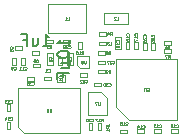
<source format=gbr>
%TF.GenerationSoftware,KiCad,Pcbnew,7.0.6*%
%TF.CreationDate,2023-09-10T10:14:12-04:00*%
%TF.ProjectId,headstage-neuropix1e,68656164-7374-4616-9765-2d6e6575726f,B*%
%TF.SameCoordinates,Original*%
%TF.FileFunction,AssemblyDrawing,Bot*%
%FSLAX46Y46*%
G04 Gerber Fmt 4.6, Leading zero omitted, Abs format (unit mm)*
G04 Created by KiCad (PCBNEW 7.0.6) date 2023-09-10 10:14:12*
%MOMM*%
%LPD*%
G01*
G04 APERTURE LIST*
%ADD10C,0.040000*%
%ADD11C,0.150000*%
%ADD12C,0.100000*%
G04 APERTURE END LIST*
D10*
X144791666Y-88613574D02*
X144910714Y-88613574D01*
X144910714Y-88613574D02*
X144910714Y-88363574D01*
X144720237Y-88387384D02*
X144708333Y-88375479D01*
X144708333Y-88375479D02*
X144684523Y-88363574D01*
X144684523Y-88363574D02*
X144624999Y-88363574D01*
X144624999Y-88363574D02*
X144601190Y-88375479D01*
X144601190Y-88375479D02*
X144589285Y-88387384D01*
X144589285Y-88387384D02*
X144577380Y-88411193D01*
X144577380Y-88411193D02*
X144577380Y-88435003D01*
X144577380Y-88435003D02*
X144589285Y-88470717D01*
X144589285Y-88470717D02*
X144732142Y-88613574D01*
X144732142Y-88613574D02*
X144577380Y-88613574D01*
X145580714Y-97459765D02*
X145592618Y-97471670D01*
X145592618Y-97471670D02*
X145628333Y-97483574D01*
X145628333Y-97483574D02*
X145652142Y-97483574D01*
X145652142Y-97483574D02*
X145687856Y-97471670D01*
X145687856Y-97471670D02*
X145711666Y-97447860D01*
X145711666Y-97447860D02*
X145723571Y-97424050D01*
X145723571Y-97424050D02*
X145735475Y-97376431D01*
X145735475Y-97376431D02*
X145735475Y-97340717D01*
X145735475Y-97340717D02*
X145723571Y-97293098D01*
X145723571Y-97293098D02*
X145711666Y-97269289D01*
X145711666Y-97269289D02*
X145687856Y-97245479D01*
X145687856Y-97245479D02*
X145652142Y-97233574D01*
X145652142Y-97233574D02*
X145628333Y-97233574D01*
X145628333Y-97233574D02*
X145592618Y-97245479D01*
X145592618Y-97245479D02*
X145580714Y-97257384D01*
X145342618Y-97483574D02*
X145485475Y-97483574D01*
X145414047Y-97483574D02*
X145414047Y-97233574D01*
X145414047Y-97233574D02*
X145437856Y-97269289D01*
X145437856Y-97269289D02*
X145461666Y-97293098D01*
X145461666Y-97293098D02*
X145485475Y-97305003D01*
X145116428Y-97233574D02*
X145235476Y-97233574D01*
X145235476Y-97233574D02*
X145247380Y-97352622D01*
X145247380Y-97352622D02*
X145235476Y-97340717D01*
X145235476Y-97340717D02*
X145211666Y-97328812D01*
X145211666Y-97328812D02*
X145152142Y-97328812D01*
X145152142Y-97328812D02*
X145128333Y-97340717D01*
X145128333Y-97340717D02*
X145116428Y-97352622D01*
X145116428Y-97352622D02*
X145104523Y-97376431D01*
X145104523Y-97376431D02*
X145104523Y-97435955D01*
X145104523Y-97435955D02*
X145116428Y-97459765D01*
X145116428Y-97459765D02*
X145128333Y-97471670D01*
X145128333Y-97471670D02*
X145152142Y-97483574D01*
X145152142Y-97483574D02*
X145211666Y-97483574D01*
X145211666Y-97483574D02*
X145235476Y-97471670D01*
X145235476Y-97471670D02*
X145247380Y-97459765D01*
X144141666Y-93113574D02*
X144224999Y-92994527D01*
X144284523Y-93113574D02*
X144284523Y-92863574D01*
X144284523Y-92863574D02*
X144189285Y-92863574D01*
X144189285Y-92863574D02*
X144165475Y-92875479D01*
X144165475Y-92875479D02*
X144153570Y-92887384D01*
X144153570Y-92887384D02*
X144141666Y-92911193D01*
X144141666Y-92911193D02*
X144141666Y-92946908D01*
X144141666Y-92946908D02*
X144153570Y-92970717D01*
X144153570Y-92970717D02*
X144165475Y-92982622D01*
X144165475Y-92982622D02*
X144189285Y-92994527D01*
X144189285Y-92994527D02*
X144284523Y-92994527D01*
X144022618Y-93113574D02*
X143974999Y-93113574D01*
X143974999Y-93113574D02*
X143951189Y-93101670D01*
X143951189Y-93101670D02*
X143939285Y-93089765D01*
X143939285Y-93089765D02*
X143915475Y-93054050D01*
X143915475Y-93054050D02*
X143903570Y-93006431D01*
X143903570Y-93006431D02*
X143903570Y-92911193D01*
X143903570Y-92911193D02*
X143915475Y-92887384D01*
X143915475Y-92887384D02*
X143927380Y-92875479D01*
X143927380Y-92875479D02*
X143951189Y-92863574D01*
X143951189Y-92863574D02*
X143998808Y-92863574D01*
X143998808Y-92863574D02*
X144022618Y-92875479D01*
X144022618Y-92875479D02*
X144034523Y-92887384D01*
X144034523Y-92887384D02*
X144046427Y-92911193D01*
X144046427Y-92911193D02*
X144046427Y-92970717D01*
X144046427Y-92970717D02*
X144034523Y-92994527D01*
X144034523Y-92994527D02*
X144022618Y-93006431D01*
X144022618Y-93006431D02*
X143998808Y-93018336D01*
X143998808Y-93018336D02*
X143951189Y-93018336D01*
X143951189Y-93018336D02*
X143927380Y-93006431D01*
X143927380Y-93006431D02*
X143915475Y-92994527D01*
X143915475Y-92994527D02*
X143903570Y-92970717D01*
X139973574Y-93399523D02*
X140175955Y-93399523D01*
X140175955Y-93399523D02*
X140199765Y-93411428D01*
X140199765Y-93411428D02*
X140211670Y-93423333D01*
X140211670Y-93423333D02*
X140223574Y-93447142D01*
X140223574Y-93447142D02*
X140223574Y-93494761D01*
X140223574Y-93494761D02*
X140211670Y-93518571D01*
X140211670Y-93518571D02*
X140199765Y-93530476D01*
X140199765Y-93530476D02*
X140175955Y-93542380D01*
X140175955Y-93542380D02*
X139973574Y-93542380D01*
X140223574Y-93792381D02*
X140223574Y-93649524D01*
X140223574Y-93720952D02*
X139973574Y-93720952D01*
X139973574Y-93720952D02*
X140009289Y-93697143D01*
X140009289Y-93697143D02*
X140033098Y-93673333D01*
X140033098Y-93673333D02*
X140045003Y-93649524D01*
X149141666Y-91013574D02*
X149224999Y-90894527D01*
X149284523Y-91013574D02*
X149284523Y-90763574D01*
X149284523Y-90763574D02*
X149189285Y-90763574D01*
X149189285Y-90763574D02*
X149165475Y-90775479D01*
X149165475Y-90775479D02*
X149153570Y-90787384D01*
X149153570Y-90787384D02*
X149141666Y-90811193D01*
X149141666Y-90811193D02*
X149141666Y-90846908D01*
X149141666Y-90846908D02*
X149153570Y-90870717D01*
X149153570Y-90870717D02*
X149165475Y-90882622D01*
X149165475Y-90882622D02*
X149189285Y-90894527D01*
X149189285Y-90894527D02*
X149284523Y-90894527D01*
X148927380Y-90763574D02*
X148974999Y-90763574D01*
X148974999Y-90763574D02*
X148998808Y-90775479D01*
X148998808Y-90775479D02*
X149010713Y-90787384D01*
X149010713Y-90787384D02*
X149034523Y-90823098D01*
X149034523Y-90823098D02*
X149046427Y-90870717D01*
X149046427Y-90870717D02*
X149046427Y-90965955D01*
X149046427Y-90965955D02*
X149034523Y-90989765D01*
X149034523Y-90989765D02*
X149022618Y-91001670D01*
X149022618Y-91001670D02*
X148998808Y-91013574D01*
X148998808Y-91013574D02*
X148951189Y-91013574D01*
X148951189Y-91013574D02*
X148927380Y-91001670D01*
X148927380Y-91001670D02*
X148915475Y-90989765D01*
X148915475Y-90989765D02*
X148903570Y-90965955D01*
X148903570Y-90965955D02*
X148903570Y-90906431D01*
X148903570Y-90906431D02*
X148915475Y-90882622D01*
X148915475Y-90882622D02*
X148927380Y-90870717D01*
X148927380Y-90870717D02*
X148951189Y-90858812D01*
X148951189Y-90858812D02*
X148998808Y-90858812D01*
X148998808Y-90858812D02*
X149022618Y-90870717D01*
X149022618Y-90870717D02*
X149034523Y-90882622D01*
X149034523Y-90882622D02*
X149046427Y-90906431D01*
X142190476Y-92063574D02*
X142190476Y-92265955D01*
X142190476Y-92265955D02*
X142178571Y-92289765D01*
X142178571Y-92289765D02*
X142166666Y-92301670D01*
X142166666Y-92301670D02*
X142142857Y-92313574D01*
X142142857Y-92313574D02*
X142095238Y-92313574D01*
X142095238Y-92313574D02*
X142071428Y-92301670D01*
X142071428Y-92301670D02*
X142059523Y-92289765D01*
X142059523Y-92289765D02*
X142047619Y-92265955D01*
X142047619Y-92265955D02*
X142047619Y-92063574D01*
X141892856Y-92170717D02*
X141916666Y-92158812D01*
X141916666Y-92158812D02*
X141928571Y-92146908D01*
X141928571Y-92146908D02*
X141940475Y-92123098D01*
X141940475Y-92123098D02*
X141940475Y-92111193D01*
X141940475Y-92111193D02*
X141928571Y-92087384D01*
X141928571Y-92087384D02*
X141916666Y-92075479D01*
X141916666Y-92075479D02*
X141892856Y-92063574D01*
X141892856Y-92063574D02*
X141845237Y-92063574D01*
X141845237Y-92063574D02*
X141821428Y-92075479D01*
X141821428Y-92075479D02*
X141809523Y-92087384D01*
X141809523Y-92087384D02*
X141797618Y-92111193D01*
X141797618Y-92111193D02*
X141797618Y-92123098D01*
X141797618Y-92123098D02*
X141809523Y-92146908D01*
X141809523Y-92146908D02*
X141821428Y-92158812D01*
X141821428Y-92158812D02*
X141845237Y-92170717D01*
X141845237Y-92170717D02*
X141892856Y-92170717D01*
X141892856Y-92170717D02*
X141916666Y-92182622D01*
X141916666Y-92182622D02*
X141928571Y-92194527D01*
X141928571Y-92194527D02*
X141940475Y-92218336D01*
X141940475Y-92218336D02*
X141940475Y-92265955D01*
X141940475Y-92265955D02*
X141928571Y-92289765D01*
X141928571Y-92289765D02*
X141916666Y-92301670D01*
X141916666Y-92301670D02*
X141892856Y-92313574D01*
X141892856Y-92313574D02*
X141845237Y-92313574D01*
X141845237Y-92313574D02*
X141821428Y-92301670D01*
X141821428Y-92301670D02*
X141809523Y-92289765D01*
X141809523Y-92289765D02*
X141797618Y-92265955D01*
X141797618Y-92265955D02*
X141797618Y-92218336D01*
X141797618Y-92218336D02*
X141809523Y-92194527D01*
X141809523Y-92194527D02*
X141821428Y-92182622D01*
X141821428Y-92182622D02*
X141845237Y-92170717D01*
D11*
X138555238Y-90814819D02*
X139126666Y-90814819D01*
X138840952Y-90814819D02*
X138840952Y-89814819D01*
X138840952Y-89814819D02*
X138936190Y-89957676D01*
X138936190Y-89957676D02*
X139031428Y-90052914D01*
X139031428Y-90052914D02*
X139126666Y-90100533D01*
X137698095Y-90148152D02*
X137698095Y-90814819D01*
X138126666Y-90148152D02*
X138126666Y-90671961D01*
X138126666Y-90671961D02*
X138079047Y-90767200D01*
X138079047Y-90767200D02*
X137983809Y-90814819D01*
X137983809Y-90814819D02*
X137840952Y-90814819D01*
X137840952Y-90814819D02*
X137745714Y-90767200D01*
X137745714Y-90767200D02*
X137698095Y-90719580D01*
X136888571Y-90291009D02*
X137221904Y-90291009D01*
X137221904Y-90814819D02*
X137221904Y-89814819D01*
X137221904Y-89814819D02*
X136745714Y-89814819D01*
D10*
X138001666Y-92179765D02*
X138013570Y-92191670D01*
X138013570Y-92191670D02*
X138049285Y-92203574D01*
X138049285Y-92203574D02*
X138073094Y-92203574D01*
X138073094Y-92203574D02*
X138108808Y-92191670D01*
X138108808Y-92191670D02*
X138132618Y-92167860D01*
X138132618Y-92167860D02*
X138144523Y-92144050D01*
X138144523Y-92144050D02*
X138156427Y-92096431D01*
X138156427Y-92096431D02*
X138156427Y-92060717D01*
X138156427Y-92060717D02*
X138144523Y-92013098D01*
X138144523Y-92013098D02*
X138132618Y-91989289D01*
X138132618Y-91989289D02*
X138108808Y-91965479D01*
X138108808Y-91965479D02*
X138073094Y-91953574D01*
X138073094Y-91953574D02*
X138049285Y-91953574D01*
X138049285Y-91953574D02*
X138013570Y-91965479D01*
X138013570Y-91965479D02*
X138001666Y-91977384D01*
X137787380Y-92036908D02*
X137787380Y-92203574D01*
X137846904Y-91941670D02*
X137906427Y-92120241D01*
X137906427Y-92120241D02*
X137751666Y-92120241D01*
X142175714Y-93889765D02*
X142187618Y-93901670D01*
X142187618Y-93901670D02*
X142223333Y-93913574D01*
X142223333Y-93913574D02*
X142247142Y-93913574D01*
X142247142Y-93913574D02*
X142282856Y-93901670D01*
X142282856Y-93901670D02*
X142306666Y-93877860D01*
X142306666Y-93877860D02*
X142318571Y-93854050D01*
X142318571Y-93854050D02*
X142330475Y-93806431D01*
X142330475Y-93806431D02*
X142330475Y-93770717D01*
X142330475Y-93770717D02*
X142318571Y-93723098D01*
X142318571Y-93723098D02*
X142306666Y-93699289D01*
X142306666Y-93699289D02*
X142282856Y-93675479D01*
X142282856Y-93675479D02*
X142247142Y-93663574D01*
X142247142Y-93663574D02*
X142223333Y-93663574D01*
X142223333Y-93663574D02*
X142187618Y-93675479D01*
X142187618Y-93675479D02*
X142175714Y-93687384D01*
X142092380Y-93663574D02*
X141937618Y-93663574D01*
X141937618Y-93663574D02*
X142020952Y-93758812D01*
X142020952Y-93758812D02*
X141985237Y-93758812D01*
X141985237Y-93758812D02*
X141961428Y-93770717D01*
X141961428Y-93770717D02*
X141949523Y-93782622D01*
X141949523Y-93782622D02*
X141937618Y-93806431D01*
X141937618Y-93806431D02*
X141937618Y-93865955D01*
X141937618Y-93865955D02*
X141949523Y-93889765D01*
X141949523Y-93889765D02*
X141961428Y-93901670D01*
X141961428Y-93901670D02*
X141985237Y-93913574D01*
X141985237Y-93913574D02*
X142056666Y-93913574D01*
X142056666Y-93913574D02*
X142080475Y-93901670D01*
X142080475Y-93901670D02*
X142092380Y-93889765D01*
X141842380Y-93687384D02*
X141830476Y-93675479D01*
X141830476Y-93675479D02*
X141806666Y-93663574D01*
X141806666Y-93663574D02*
X141747142Y-93663574D01*
X141747142Y-93663574D02*
X141723333Y-93675479D01*
X141723333Y-93675479D02*
X141711428Y-93687384D01*
X141711428Y-93687384D02*
X141699523Y-93711193D01*
X141699523Y-93711193D02*
X141699523Y-93735003D01*
X141699523Y-93735003D02*
X141711428Y-93770717D01*
X141711428Y-93770717D02*
X141854285Y-93913574D01*
X141854285Y-93913574D02*
X141699523Y-93913574D01*
X139290476Y-96163574D02*
X139290476Y-96365955D01*
X139290476Y-96365955D02*
X139278571Y-96389765D01*
X139278571Y-96389765D02*
X139266666Y-96401670D01*
X139266666Y-96401670D02*
X139242857Y-96413574D01*
X139242857Y-96413574D02*
X139195238Y-96413574D01*
X139195238Y-96413574D02*
X139171428Y-96401670D01*
X139171428Y-96401670D02*
X139159523Y-96389765D01*
X139159523Y-96389765D02*
X139147619Y-96365955D01*
X139147619Y-96365955D02*
X139147619Y-96163574D01*
X139016666Y-96413574D02*
X138969047Y-96413574D01*
X138969047Y-96413574D02*
X138945237Y-96401670D01*
X138945237Y-96401670D02*
X138933333Y-96389765D01*
X138933333Y-96389765D02*
X138909523Y-96354050D01*
X138909523Y-96354050D02*
X138897618Y-96306431D01*
X138897618Y-96306431D02*
X138897618Y-96211193D01*
X138897618Y-96211193D02*
X138909523Y-96187384D01*
X138909523Y-96187384D02*
X138921428Y-96175479D01*
X138921428Y-96175479D02*
X138945237Y-96163574D01*
X138945237Y-96163574D02*
X138992856Y-96163574D01*
X138992856Y-96163574D02*
X139016666Y-96175479D01*
X139016666Y-96175479D02*
X139028571Y-96187384D01*
X139028571Y-96187384D02*
X139040475Y-96211193D01*
X139040475Y-96211193D02*
X139040475Y-96270717D01*
X139040475Y-96270717D02*
X139028571Y-96294527D01*
X139028571Y-96294527D02*
X139016666Y-96306431D01*
X139016666Y-96306431D02*
X138992856Y-96318336D01*
X138992856Y-96318336D02*
X138945237Y-96318336D01*
X138945237Y-96318336D02*
X138921428Y-96306431D01*
X138921428Y-96306431D02*
X138909523Y-96294527D01*
X138909523Y-96294527D02*
X138897618Y-96270717D01*
X141860714Y-91513574D02*
X141944047Y-91394527D01*
X142003571Y-91513574D02*
X142003571Y-91263574D01*
X142003571Y-91263574D02*
X141908333Y-91263574D01*
X141908333Y-91263574D02*
X141884523Y-91275479D01*
X141884523Y-91275479D02*
X141872618Y-91287384D01*
X141872618Y-91287384D02*
X141860714Y-91311193D01*
X141860714Y-91311193D02*
X141860714Y-91346908D01*
X141860714Y-91346908D02*
X141872618Y-91370717D01*
X141872618Y-91370717D02*
X141884523Y-91382622D01*
X141884523Y-91382622D02*
X141908333Y-91394527D01*
X141908333Y-91394527D02*
X142003571Y-91394527D01*
X141622618Y-91513574D02*
X141765475Y-91513574D01*
X141694047Y-91513574D02*
X141694047Y-91263574D01*
X141694047Y-91263574D02*
X141717856Y-91299289D01*
X141717856Y-91299289D02*
X141741666Y-91323098D01*
X141741666Y-91323098D02*
X141765475Y-91335003D01*
X141408333Y-91263574D02*
X141455952Y-91263574D01*
X141455952Y-91263574D02*
X141479761Y-91275479D01*
X141479761Y-91275479D02*
X141491666Y-91287384D01*
X141491666Y-91287384D02*
X141515476Y-91323098D01*
X141515476Y-91323098D02*
X141527380Y-91370717D01*
X141527380Y-91370717D02*
X141527380Y-91465955D01*
X141527380Y-91465955D02*
X141515476Y-91489765D01*
X141515476Y-91489765D02*
X141503571Y-91501670D01*
X141503571Y-91501670D02*
X141479761Y-91513574D01*
X141479761Y-91513574D02*
X141432142Y-91513574D01*
X141432142Y-91513574D02*
X141408333Y-91501670D01*
X141408333Y-91501670D02*
X141396428Y-91489765D01*
X141396428Y-91489765D02*
X141384523Y-91465955D01*
X141384523Y-91465955D02*
X141384523Y-91406431D01*
X141384523Y-91406431D02*
X141396428Y-91382622D01*
X141396428Y-91382622D02*
X141408333Y-91370717D01*
X141408333Y-91370717D02*
X141432142Y-91358812D01*
X141432142Y-91358812D02*
X141479761Y-91358812D01*
X141479761Y-91358812D02*
X141503571Y-91370717D01*
X141503571Y-91370717D02*
X141515476Y-91382622D01*
X141515476Y-91382622D02*
X141527380Y-91406431D01*
X144141666Y-91513574D02*
X144224999Y-91394527D01*
X144284523Y-91513574D02*
X144284523Y-91263574D01*
X144284523Y-91263574D02*
X144189285Y-91263574D01*
X144189285Y-91263574D02*
X144165475Y-91275479D01*
X144165475Y-91275479D02*
X144153570Y-91287384D01*
X144153570Y-91287384D02*
X144141666Y-91311193D01*
X144141666Y-91311193D02*
X144141666Y-91346908D01*
X144141666Y-91346908D02*
X144153570Y-91370717D01*
X144153570Y-91370717D02*
X144165475Y-91382622D01*
X144165475Y-91382622D02*
X144189285Y-91394527D01*
X144189285Y-91394527D02*
X144284523Y-91394527D01*
X143998808Y-91370717D02*
X144022618Y-91358812D01*
X144022618Y-91358812D02*
X144034523Y-91346908D01*
X144034523Y-91346908D02*
X144046427Y-91323098D01*
X144046427Y-91323098D02*
X144046427Y-91311193D01*
X144046427Y-91311193D02*
X144034523Y-91287384D01*
X144034523Y-91287384D02*
X144022618Y-91275479D01*
X144022618Y-91275479D02*
X143998808Y-91263574D01*
X143998808Y-91263574D02*
X143951189Y-91263574D01*
X143951189Y-91263574D02*
X143927380Y-91275479D01*
X143927380Y-91275479D02*
X143915475Y-91287384D01*
X143915475Y-91287384D02*
X143903570Y-91311193D01*
X143903570Y-91311193D02*
X143903570Y-91323098D01*
X143903570Y-91323098D02*
X143915475Y-91346908D01*
X143915475Y-91346908D02*
X143927380Y-91358812D01*
X143927380Y-91358812D02*
X143951189Y-91370717D01*
X143951189Y-91370717D02*
X143998808Y-91370717D01*
X143998808Y-91370717D02*
X144022618Y-91382622D01*
X144022618Y-91382622D02*
X144034523Y-91394527D01*
X144034523Y-91394527D02*
X144046427Y-91418336D01*
X144046427Y-91418336D02*
X144046427Y-91465955D01*
X144046427Y-91465955D02*
X144034523Y-91489765D01*
X144034523Y-91489765D02*
X144022618Y-91501670D01*
X144022618Y-91501670D02*
X143998808Y-91513574D01*
X143998808Y-91513574D02*
X143951189Y-91513574D01*
X143951189Y-91513574D02*
X143927380Y-91501670D01*
X143927380Y-91501670D02*
X143915475Y-91489765D01*
X143915475Y-91489765D02*
X143903570Y-91465955D01*
X143903570Y-91465955D02*
X143903570Y-91418336D01*
X143903570Y-91418336D02*
X143915475Y-91394527D01*
X143915475Y-91394527D02*
X143927380Y-91382622D01*
X143927380Y-91382622D02*
X143951189Y-91370717D01*
D11*
X140804819Y-90858571D02*
X140804819Y-90287143D01*
X140804819Y-90572857D02*
X139804819Y-90572857D01*
X139804819Y-90572857D02*
X139947676Y-90477619D01*
X139947676Y-90477619D02*
X140042914Y-90382381D01*
X140042914Y-90382381D02*
X140090533Y-90287143D01*
X139804819Y-91477619D02*
X139804819Y-91572857D01*
X139804819Y-91572857D02*
X139852438Y-91668095D01*
X139852438Y-91668095D02*
X139900057Y-91715714D01*
X139900057Y-91715714D02*
X139995295Y-91763333D01*
X139995295Y-91763333D02*
X140185771Y-91810952D01*
X140185771Y-91810952D02*
X140423866Y-91810952D01*
X140423866Y-91810952D02*
X140614342Y-91763333D01*
X140614342Y-91763333D02*
X140709580Y-91715714D01*
X140709580Y-91715714D02*
X140757200Y-91668095D01*
X140757200Y-91668095D02*
X140804819Y-91572857D01*
X140804819Y-91572857D02*
X140804819Y-91477619D01*
X140804819Y-91477619D02*
X140757200Y-91382381D01*
X140757200Y-91382381D02*
X140709580Y-91334762D01*
X140709580Y-91334762D02*
X140614342Y-91287143D01*
X140614342Y-91287143D02*
X140423866Y-91239524D01*
X140423866Y-91239524D02*
X140185771Y-91239524D01*
X140185771Y-91239524D02*
X139995295Y-91287143D01*
X139995295Y-91287143D02*
X139900057Y-91334762D01*
X139900057Y-91334762D02*
X139852438Y-91382381D01*
X139852438Y-91382381D02*
X139804819Y-91477619D01*
X140138152Y-92668095D02*
X140804819Y-92668095D01*
X140138152Y-92239524D02*
X140661961Y-92239524D01*
X140661961Y-92239524D02*
X140757200Y-92287143D01*
X140757200Y-92287143D02*
X140804819Y-92382381D01*
X140804819Y-92382381D02*
X140804819Y-92525238D01*
X140804819Y-92525238D02*
X140757200Y-92620476D01*
X140757200Y-92620476D02*
X140709580Y-92668095D01*
X140281009Y-93477619D02*
X140281009Y-93144286D01*
X140804819Y-93144286D02*
X139804819Y-93144286D01*
X139804819Y-93144286D02*
X139804819Y-93620476D01*
D10*
X139279765Y-91888333D02*
X139291670Y-91876429D01*
X139291670Y-91876429D02*
X139303574Y-91840714D01*
X139303574Y-91840714D02*
X139303574Y-91816905D01*
X139303574Y-91816905D02*
X139291670Y-91781191D01*
X139291670Y-91781191D02*
X139267860Y-91757381D01*
X139267860Y-91757381D02*
X139244050Y-91745476D01*
X139244050Y-91745476D02*
X139196431Y-91733572D01*
X139196431Y-91733572D02*
X139160717Y-91733572D01*
X139160717Y-91733572D02*
X139113098Y-91745476D01*
X139113098Y-91745476D02*
X139089289Y-91757381D01*
X139089289Y-91757381D02*
X139065479Y-91781191D01*
X139065479Y-91781191D02*
X139053574Y-91816905D01*
X139053574Y-91816905D02*
X139053574Y-91840714D01*
X139053574Y-91840714D02*
X139065479Y-91876429D01*
X139065479Y-91876429D02*
X139077384Y-91888333D01*
X139053574Y-92102619D02*
X139053574Y-92055000D01*
X139053574Y-92055000D02*
X139065479Y-92031191D01*
X139065479Y-92031191D02*
X139077384Y-92019286D01*
X139077384Y-92019286D02*
X139113098Y-91995476D01*
X139113098Y-91995476D02*
X139160717Y-91983572D01*
X139160717Y-91983572D02*
X139255955Y-91983572D01*
X139255955Y-91983572D02*
X139279765Y-91995476D01*
X139279765Y-91995476D02*
X139291670Y-92007381D01*
X139291670Y-92007381D02*
X139303574Y-92031191D01*
X139303574Y-92031191D02*
X139303574Y-92078810D01*
X139303574Y-92078810D02*
X139291670Y-92102619D01*
X139291670Y-92102619D02*
X139279765Y-92114524D01*
X139279765Y-92114524D02*
X139255955Y-92126429D01*
X139255955Y-92126429D02*
X139196431Y-92126429D01*
X139196431Y-92126429D02*
X139172622Y-92114524D01*
X139172622Y-92114524D02*
X139160717Y-92102619D01*
X139160717Y-92102619D02*
X139148812Y-92078810D01*
X139148812Y-92078810D02*
X139148812Y-92031191D01*
X139148812Y-92031191D02*
X139160717Y-92007381D01*
X139160717Y-92007381D02*
X139172622Y-91995476D01*
X139172622Y-91995476D02*
X139196431Y-91983572D01*
X137660714Y-94089765D02*
X137672618Y-94101670D01*
X137672618Y-94101670D02*
X137708333Y-94113574D01*
X137708333Y-94113574D02*
X137732142Y-94113574D01*
X137732142Y-94113574D02*
X137767856Y-94101670D01*
X137767856Y-94101670D02*
X137791666Y-94077860D01*
X137791666Y-94077860D02*
X137803571Y-94054050D01*
X137803571Y-94054050D02*
X137815475Y-94006431D01*
X137815475Y-94006431D02*
X137815475Y-93970717D01*
X137815475Y-93970717D02*
X137803571Y-93923098D01*
X137803571Y-93923098D02*
X137791666Y-93899289D01*
X137791666Y-93899289D02*
X137767856Y-93875479D01*
X137767856Y-93875479D02*
X137732142Y-93863574D01*
X137732142Y-93863574D02*
X137708333Y-93863574D01*
X137708333Y-93863574D02*
X137672618Y-93875479D01*
X137672618Y-93875479D02*
X137660714Y-93887384D01*
X137577380Y-93863574D02*
X137422618Y-93863574D01*
X137422618Y-93863574D02*
X137505952Y-93958812D01*
X137505952Y-93958812D02*
X137470237Y-93958812D01*
X137470237Y-93958812D02*
X137446428Y-93970717D01*
X137446428Y-93970717D02*
X137434523Y-93982622D01*
X137434523Y-93982622D02*
X137422618Y-94006431D01*
X137422618Y-94006431D02*
X137422618Y-94065955D01*
X137422618Y-94065955D02*
X137434523Y-94089765D01*
X137434523Y-94089765D02*
X137446428Y-94101670D01*
X137446428Y-94101670D02*
X137470237Y-94113574D01*
X137470237Y-94113574D02*
X137541666Y-94113574D01*
X137541666Y-94113574D02*
X137565475Y-94101670D01*
X137565475Y-94101670D02*
X137577380Y-94089765D01*
X137196428Y-93863574D02*
X137315476Y-93863574D01*
X137315476Y-93863574D02*
X137327380Y-93982622D01*
X137327380Y-93982622D02*
X137315476Y-93970717D01*
X137315476Y-93970717D02*
X137291666Y-93958812D01*
X137291666Y-93958812D02*
X137232142Y-93958812D01*
X137232142Y-93958812D02*
X137208333Y-93970717D01*
X137208333Y-93970717D02*
X137196428Y-93982622D01*
X137196428Y-93982622D02*
X137184523Y-94006431D01*
X137184523Y-94006431D02*
X137184523Y-94065955D01*
X137184523Y-94065955D02*
X137196428Y-94089765D01*
X137196428Y-94089765D02*
X137208333Y-94101670D01*
X137208333Y-94101670D02*
X137232142Y-94113574D01*
X137232142Y-94113574D02*
X137291666Y-94113574D01*
X137291666Y-94113574D02*
X137315476Y-94101670D01*
X137315476Y-94101670D02*
X137327380Y-94089765D01*
X145004765Y-90449285D02*
X145016670Y-90437381D01*
X145016670Y-90437381D02*
X145028574Y-90401666D01*
X145028574Y-90401666D02*
X145028574Y-90377857D01*
X145028574Y-90377857D02*
X145016670Y-90342143D01*
X145016670Y-90342143D02*
X144992860Y-90318333D01*
X144992860Y-90318333D02*
X144969050Y-90306428D01*
X144969050Y-90306428D02*
X144921431Y-90294524D01*
X144921431Y-90294524D02*
X144885717Y-90294524D01*
X144885717Y-90294524D02*
X144838098Y-90306428D01*
X144838098Y-90306428D02*
X144814289Y-90318333D01*
X144814289Y-90318333D02*
X144790479Y-90342143D01*
X144790479Y-90342143D02*
X144778574Y-90377857D01*
X144778574Y-90377857D02*
X144778574Y-90401666D01*
X144778574Y-90401666D02*
X144790479Y-90437381D01*
X144790479Y-90437381D02*
X144802384Y-90449285D01*
X145028574Y-90687381D02*
X145028574Y-90544524D01*
X145028574Y-90615952D02*
X144778574Y-90615952D01*
X144778574Y-90615952D02*
X144814289Y-90592143D01*
X144814289Y-90592143D02*
X144838098Y-90568333D01*
X144838098Y-90568333D02*
X144850003Y-90544524D01*
X144885717Y-90830238D02*
X144873812Y-90806428D01*
X144873812Y-90806428D02*
X144861908Y-90794523D01*
X144861908Y-90794523D02*
X144838098Y-90782619D01*
X144838098Y-90782619D02*
X144826193Y-90782619D01*
X144826193Y-90782619D02*
X144802384Y-90794523D01*
X144802384Y-90794523D02*
X144790479Y-90806428D01*
X144790479Y-90806428D02*
X144778574Y-90830238D01*
X144778574Y-90830238D02*
X144778574Y-90877857D01*
X144778574Y-90877857D02*
X144790479Y-90901666D01*
X144790479Y-90901666D02*
X144802384Y-90913571D01*
X144802384Y-90913571D02*
X144826193Y-90925476D01*
X144826193Y-90925476D02*
X144838098Y-90925476D01*
X144838098Y-90925476D02*
X144861908Y-90913571D01*
X144861908Y-90913571D02*
X144873812Y-90901666D01*
X144873812Y-90901666D02*
X144885717Y-90877857D01*
X144885717Y-90877857D02*
X144885717Y-90830238D01*
X144885717Y-90830238D02*
X144897622Y-90806428D01*
X144897622Y-90806428D02*
X144909527Y-90794523D01*
X144909527Y-90794523D02*
X144933336Y-90782619D01*
X144933336Y-90782619D02*
X144980955Y-90782619D01*
X144980955Y-90782619D02*
X145004765Y-90794523D01*
X145004765Y-90794523D02*
X145016670Y-90806428D01*
X145016670Y-90806428D02*
X145028574Y-90830238D01*
X145028574Y-90830238D02*
X145028574Y-90877857D01*
X145028574Y-90877857D02*
X145016670Y-90901666D01*
X145016670Y-90901666D02*
X145004765Y-90913571D01*
X145004765Y-90913571D02*
X144980955Y-90925476D01*
X144980955Y-90925476D02*
X144933336Y-90925476D01*
X144933336Y-90925476D02*
X144909527Y-90913571D01*
X144909527Y-90913571D02*
X144897622Y-90901666D01*
X144897622Y-90901666D02*
X144885717Y-90877857D01*
X139146666Y-91013574D02*
X139229999Y-90894527D01*
X139289523Y-91013574D02*
X139289523Y-90763574D01*
X139289523Y-90763574D02*
X139194285Y-90763574D01*
X139194285Y-90763574D02*
X139170475Y-90775479D01*
X139170475Y-90775479D02*
X139158570Y-90787384D01*
X139158570Y-90787384D02*
X139146666Y-90811193D01*
X139146666Y-90811193D02*
X139146666Y-90846908D01*
X139146666Y-90846908D02*
X139158570Y-90870717D01*
X139158570Y-90870717D02*
X139170475Y-90882622D01*
X139170475Y-90882622D02*
X139194285Y-90894527D01*
X139194285Y-90894527D02*
X139289523Y-90894527D01*
X139063332Y-90763574D02*
X138908570Y-90763574D01*
X138908570Y-90763574D02*
X138991904Y-90858812D01*
X138991904Y-90858812D02*
X138956189Y-90858812D01*
X138956189Y-90858812D02*
X138932380Y-90870717D01*
X138932380Y-90870717D02*
X138920475Y-90882622D01*
X138920475Y-90882622D02*
X138908570Y-90906431D01*
X138908570Y-90906431D02*
X138908570Y-90965955D01*
X138908570Y-90965955D02*
X138920475Y-90989765D01*
X138920475Y-90989765D02*
X138932380Y-91001670D01*
X138932380Y-91001670D02*
X138956189Y-91013574D01*
X138956189Y-91013574D02*
X139027618Y-91013574D01*
X139027618Y-91013574D02*
X139051427Y-91001670D01*
X139051427Y-91001670D02*
X139063332Y-90989765D01*
X146534765Y-89899285D02*
X146546670Y-89887381D01*
X146546670Y-89887381D02*
X146558574Y-89851666D01*
X146558574Y-89851666D02*
X146558574Y-89827857D01*
X146558574Y-89827857D02*
X146546670Y-89792143D01*
X146546670Y-89792143D02*
X146522860Y-89768333D01*
X146522860Y-89768333D02*
X146499050Y-89756428D01*
X146499050Y-89756428D02*
X146451431Y-89744524D01*
X146451431Y-89744524D02*
X146415717Y-89744524D01*
X146415717Y-89744524D02*
X146368098Y-89756428D01*
X146368098Y-89756428D02*
X146344289Y-89768333D01*
X146344289Y-89768333D02*
X146320479Y-89792143D01*
X146320479Y-89792143D02*
X146308574Y-89827857D01*
X146308574Y-89827857D02*
X146308574Y-89851666D01*
X146308574Y-89851666D02*
X146320479Y-89887381D01*
X146320479Y-89887381D02*
X146332384Y-89899285D01*
X146558574Y-90137381D02*
X146558574Y-89994524D01*
X146558574Y-90065952D02*
X146308574Y-90065952D01*
X146308574Y-90065952D02*
X146344289Y-90042143D01*
X146344289Y-90042143D02*
X146368098Y-90018333D01*
X146368098Y-90018333D02*
X146380003Y-89994524D01*
X146308574Y-90220714D02*
X146308574Y-90387380D01*
X146308574Y-90387380D02*
X146558574Y-90280238D01*
X143390476Y-95563574D02*
X143390476Y-95765955D01*
X143390476Y-95765955D02*
X143378571Y-95789765D01*
X143378571Y-95789765D02*
X143366666Y-95801670D01*
X143366666Y-95801670D02*
X143342857Y-95813574D01*
X143342857Y-95813574D02*
X143295238Y-95813574D01*
X143295238Y-95813574D02*
X143271428Y-95801670D01*
X143271428Y-95801670D02*
X143259523Y-95789765D01*
X143259523Y-95789765D02*
X143247619Y-95765955D01*
X143247619Y-95765955D02*
X143247619Y-95563574D01*
X143152380Y-95563574D02*
X142985714Y-95563574D01*
X142985714Y-95563574D02*
X143092856Y-95813574D01*
X143953574Y-97511667D02*
X144132146Y-97511667D01*
X144132146Y-97511667D02*
X144167860Y-97499762D01*
X144167860Y-97499762D02*
X144191670Y-97475953D01*
X144191670Y-97475953D02*
X144203574Y-97440238D01*
X144203574Y-97440238D02*
X144203574Y-97416429D01*
X144203574Y-97630714D02*
X143953574Y-97630714D01*
X143953574Y-97630714D02*
X143953574Y-97725952D01*
X143953574Y-97725952D02*
X143965479Y-97749762D01*
X143965479Y-97749762D02*
X143977384Y-97761667D01*
X143977384Y-97761667D02*
X144001193Y-97773571D01*
X144001193Y-97773571D02*
X144036908Y-97773571D01*
X144036908Y-97773571D02*
X144060717Y-97761667D01*
X144060717Y-97761667D02*
X144072622Y-97749762D01*
X144072622Y-97749762D02*
X144084527Y-97725952D01*
X144084527Y-97725952D02*
X144084527Y-97630714D01*
X144203574Y-98011667D02*
X144203574Y-97868810D01*
X144203574Y-97940238D02*
X143953574Y-97940238D01*
X143953574Y-97940238D02*
X143989289Y-97916429D01*
X143989289Y-97916429D02*
X144013098Y-97892619D01*
X144013098Y-97892619D02*
X144025003Y-97868810D01*
X144241666Y-90713574D02*
X144360714Y-90713574D01*
X144360714Y-90713574D02*
X144360714Y-90463574D01*
X144182142Y-90463574D02*
X144027380Y-90463574D01*
X144027380Y-90463574D02*
X144110714Y-90558812D01*
X144110714Y-90558812D02*
X144074999Y-90558812D01*
X144074999Y-90558812D02*
X144051190Y-90570717D01*
X144051190Y-90570717D02*
X144039285Y-90582622D01*
X144039285Y-90582622D02*
X144027380Y-90606431D01*
X144027380Y-90606431D02*
X144027380Y-90665955D01*
X144027380Y-90665955D02*
X144039285Y-90689765D01*
X144039285Y-90689765D02*
X144051190Y-90701670D01*
X144051190Y-90701670D02*
X144074999Y-90713574D01*
X144074999Y-90713574D02*
X144146428Y-90713574D01*
X144146428Y-90713574D02*
X144170237Y-90701670D01*
X144170237Y-90701670D02*
X144182142Y-90689765D01*
X136111666Y-92789765D02*
X136123570Y-92801670D01*
X136123570Y-92801670D02*
X136159285Y-92813574D01*
X136159285Y-92813574D02*
X136183094Y-92813574D01*
X136183094Y-92813574D02*
X136218808Y-92801670D01*
X136218808Y-92801670D02*
X136242618Y-92777860D01*
X136242618Y-92777860D02*
X136254523Y-92754050D01*
X136254523Y-92754050D02*
X136266427Y-92706431D01*
X136266427Y-92706431D02*
X136266427Y-92670717D01*
X136266427Y-92670717D02*
X136254523Y-92623098D01*
X136254523Y-92623098D02*
X136242618Y-92599289D01*
X136242618Y-92599289D02*
X136218808Y-92575479D01*
X136218808Y-92575479D02*
X136183094Y-92563574D01*
X136183094Y-92563574D02*
X136159285Y-92563574D01*
X136159285Y-92563574D02*
X136123570Y-92575479D01*
X136123570Y-92575479D02*
X136111666Y-92587384D01*
X135992618Y-92813574D02*
X135944999Y-92813574D01*
X135944999Y-92813574D02*
X135921189Y-92801670D01*
X135921189Y-92801670D02*
X135909285Y-92789765D01*
X135909285Y-92789765D02*
X135885475Y-92754050D01*
X135885475Y-92754050D02*
X135873570Y-92706431D01*
X135873570Y-92706431D02*
X135873570Y-92611193D01*
X135873570Y-92611193D02*
X135885475Y-92587384D01*
X135885475Y-92587384D02*
X135897380Y-92575479D01*
X135897380Y-92575479D02*
X135921189Y-92563574D01*
X135921189Y-92563574D02*
X135968808Y-92563574D01*
X135968808Y-92563574D02*
X135992618Y-92575479D01*
X135992618Y-92575479D02*
X136004523Y-92587384D01*
X136004523Y-92587384D02*
X136016427Y-92611193D01*
X136016427Y-92611193D02*
X136016427Y-92670717D01*
X136016427Y-92670717D02*
X136004523Y-92694527D01*
X136004523Y-92694527D02*
X135992618Y-92706431D01*
X135992618Y-92706431D02*
X135968808Y-92718336D01*
X135968808Y-92718336D02*
X135921189Y-92718336D01*
X135921189Y-92718336D02*
X135897380Y-92706431D01*
X135897380Y-92706431D02*
X135885475Y-92694527D01*
X135885475Y-92694527D02*
X135873570Y-92670717D01*
X149860714Y-97689765D02*
X149872618Y-97701670D01*
X149872618Y-97701670D02*
X149908333Y-97713574D01*
X149908333Y-97713574D02*
X149932142Y-97713574D01*
X149932142Y-97713574D02*
X149967856Y-97701670D01*
X149967856Y-97701670D02*
X149991666Y-97677860D01*
X149991666Y-97677860D02*
X150003571Y-97654050D01*
X150003571Y-97654050D02*
X150015475Y-97606431D01*
X150015475Y-97606431D02*
X150015475Y-97570717D01*
X150015475Y-97570717D02*
X150003571Y-97523098D01*
X150003571Y-97523098D02*
X149991666Y-97499289D01*
X149991666Y-97499289D02*
X149967856Y-97475479D01*
X149967856Y-97475479D02*
X149932142Y-97463574D01*
X149932142Y-97463574D02*
X149908333Y-97463574D01*
X149908333Y-97463574D02*
X149872618Y-97475479D01*
X149872618Y-97475479D02*
X149860714Y-97487384D01*
X149622618Y-97713574D02*
X149765475Y-97713574D01*
X149694047Y-97713574D02*
X149694047Y-97463574D01*
X149694047Y-97463574D02*
X149717856Y-97499289D01*
X149717856Y-97499289D02*
X149741666Y-97523098D01*
X149741666Y-97523098D02*
X149765475Y-97535003D01*
X149539285Y-97463574D02*
X149384523Y-97463574D01*
X149384523Y-97463574D02*
X149467857Y-97558812D01*
X149467857Y-97558812D02*
X149432142Y-97558812D01*
X149432142Y-97558812D02*
X149408333Y-97570717D01*
X149408333Y-97570717D02*
X149396428Y-97582622D01*
X149396428Y-97582622D02*
X149384523Y-97606431D01*
X149384523Y-97606431D02*
X149384523Y-97665955D01*
X149384523Y-97665955D02*
X149396428Y-97689765D01*
X149396428Y-97689765D02*
X149408333Y-97701670D01*
X149408333Y-97701670D02*
X149432142Y-97713574D01*
X149432142Y-97713574D02*
X149503571Y-97713574D01*
X149503571Y-97713574D02*
X149527380Y-97701670D01*
X149527380Y-97701670D02*
X149539285Y-97689765D01*
X138041666Y-92179765D02*
X138053570Y-92191670D01*
X138053570Y-92191670D02*
X138089285Y-92203574D01*
X138089285Y-92203574D02*
X138113094Y-92203574D01*
X138113094Y-92203574D02*
X138148808Y-92191670D01*
X138148808Y-92191670D02*
X138172618Y-92167860D01*
X138172618Y-92167860D02*
X138184523Y-92144050D01*
X138184523Y-92144050D02*
X138196427Y-92096431D01*
X138196427Y-92096431D02*
X138196427Y-92060717D01*
X138196427Y-92060717D02*
X138184523Y-92013098D01*
X138184523Y-92013098D02*
X138172618Y-91989289D01*
X138172618Y-91989289D02*
X138148808Y-91965479D01*
X138148808Y-91965479D02*
X138113094Y-91953574D01*
X138113094Y-91953574D02*
X138089285Y-91953574D01*
X138089285Y-91953574D02*
X138053570Y-91965479D01*
X138053570Y-91965479D02*
X138041666Y-91977384D01*
X137815475Y-91953574D02*
X137934523Y-91953574D01*
X137934523Y-91953574D02*
X137946427Y-92072622D01*
X137946427Y-92072622D02*
X137934523Y-92060717D01*
X137934523Y-92060717D02*
X137910713Y-92048812D01*
X137910713Y-92048812D02*
X137851189Y-92048812D01*
X137851189Y-92048812D02*
X137827380Y-92060717D01*
X137827380Y-92060717D02*
X137815475Y-92072622D01*
X137815475Y-92072622D02*
X137803570Y-92096431D01*
X137803570Y-92096431D02*
X137803570Y-92155955D01*
X137803570Y-92155955D02*
X137815475Y-92179765D01*
X137815475Y-92179765D02*
X137827380Y-92191670D01*
X137827380Y-92191670D02*
X137851189Y-92203574D01*
X137851189Y-92203574D02*
X137910713Y-92203574D01*
X137910713Y-92203574D02*
X137934523Y-92191670D01*
X137934523Y-92191670D02*
X137946427Y-92179765D01*
X143510714Y-97213574D02*
X143594047Y-97094527D01*
X143653571Y-97213574D02*
X143653571Y-96963574D01*
X143653571Y-96963574D02*
X143558333Y-96963574D01*
X143558333Y-96963574D02*
X143534523Y-96975479D01*
X143534523Y-96975479D02*
X143522618Y-96987384D01*
X143522618Y-96987384D02*
X143510714Y-97011193D01*
X143510714Y-97011193D02*
X143510714Y-97046908D01*
X143510714Y-97046908D02*
X143522618Y-97070717D01*
X143522618Y-97070717D02*
X143534523Y-97082622D01*
X143534523Y-97082622D02*
X143558333Y-97094527D01*
X143558333Y-97094527D02*
X143653571Y-97094527D01*
X143272618Y-97213574D02*
X143415475Y-97213574D01*
X143344047Y-97213574D02*
X143344047Y-96963574D01*
X143344047Y-96963574D02*
X143367856Y-96999289D01*
X143367856Y-96999289D02*
X143391666Y-97023098D01*
X143391666Y-97023098D02*
X143415475Y-97035003D01*
X143189285Y-96963574D02*
X143022619Y-96963574D01*
X143022619Y-96963574D02*
X143129761Y-97213574D01*
X144460714Y-92289765D02*
X144472618Y-92301670D01*
X144472618Y-92301670D02*
X144508333Y-92313574D01*
X144508333Y-92313574D02*
X144532142Y-92313574D01*
X144532142Y-92313574D02*
X144567856Y-92301670D01*
X144567856Y-92301670D02*
X144591666Y-92277860D01*
X144591666Y-92277860D02*
X144603571Y-92254050D01*
X144603571Y-92254050D02*
X144615475Y-92206431D01*
X144615475Y-92206431D02*
X144615475Y-92170717D01*
X144615475Y-92170717D02*
X144603571Y-92123098D01*
X144603571Y-92123098D02*
X144591666Y-92099289D01*
X144591666Y-92099289D02*
X144567856Y-92075479D01*
X144567856Y-92075479D02*
X144532142Y-92063574D01*
X144532142Y-92063574D02*
X144508333Y-92063574D01*
X144508333Y-92063574D02*
X144472618Y-92075479D01*
X144472618Y-92075479D02*
X144460714Y-92087384D01*
X144365475Y-92087384D02*
X144353571Y-92075479D01*
X144353571Y-92075479D02*
X144329761Y-92063574D01*
X144329761Y-92063574D02*
X144270237Y-92063574D01*
X144270237Y-92063574D02*
X144246428Y-92075479D01*
X144246428Y-92075479D02*
X144234523Y-92087384D01*
X144234523Y-92087384D02*
X144222618Y-92111193D01*
X144222618Y-92111193D02*
X144222618Y-92135003D01*
X144222618Y-92135003D02*
X144234523Y-92170717D01*
X144234523Y-92170717D02*
X144377380Y-92313574D01*
X144377380Y-92313574D02*
X144222618Y-92313574D01*
X144139285Y-92063574D02*
X143972619Y-92063574D01*
X143972619Y-92063574D02*
X144079761Y-92313574D01*
X140799765Y-92068333D02*
X140811670Y-92056429D01*
X140811670Y-92056429D02*
X140823574Y-92020714D01*
X140823574Y-92020714D02*
X140823574Y-91996905D01*
X140823574Y-91996905D02*
X140811670Y-91961191D01*
X140811670Y-91961191D02*
X140787860Y-91937381D01*
X140787860Y-91937381D02*
X140764050Y-91925476D01*
X140764050Y-91925476D02*
X140716431Y-91913572D01*
X140716431Y-91913572D02*
X140680717Y-91913572D01*
X140680717Y-91913572D02*
X140633098Y-91925476D01*
X140633098Y-91925476D02*
X140609289Y-91937381D01*
X140609289Y-91937381D02*
X140585479Y-91961191D01*
X140585479Y-91961191D02*
X140573574Y-91996905D01*
X140573574Y-91996905D02*
X140573574Y-92020714D01*
X140573574Y-92020714D02*
X140585479Y-92056429D01*
X140585479Y-92056429D02*
X140597384Y-92068333D01*
X140597384Y-92163572D02*
X140585479Y-92175476D01*
X140585479Y-92175476D02*
X140573574Y-92199286D01*
X140573574Y-92199286D02*
X140573574Y-92258810D01*
X140573574Y-92258810D02*
X140585479Y-92282619D01*
X140585479Y-92282619D02*
X140597384Y-92294524D01*
X140597384Y-92294524D02*
X140621193Y-92306429D01*
X140621193Y-92306429D02*
X140645003Y-92306429D01*
X140645003Y-92306429D02*
X140680717Y-92294524D01*
X140680717Y-92294524D02*
X140823574Y-92151667D01*
X140823574Y-92151667D02*
X140823574Y-92306429D01*
X135815714Y-97089765D02*
X135827618Y-97101670D01*
X135827618Y-97101670D02*
X135863333Y-97113574D01*
X135863333Y-97113574D02*
X135887142Y-97113574D01*
X135887142Y-97113574D02*
X135922856Y-97101670D01*
X135922856Y-97101670D02*
X135946666Y-97077860D01*
X135946666Y-97077860D02*
X135958571Y-97054050D01*
X135958571Y-97054050D02*
X135970475Y-97006431D01*
X135970475Y-97006431D02*
X135970475Y-96970717D01*
X135970475Y-96970717D02*
X135958571Y-96923098D01*
X135958571Y-96923098D02*
X135946666Y-96899289D01*
X135946666Y-96899289D02*
X135922856Y-96875479D01*
X135922856Y-96875479D02*
X135887142Y-96863574D01*
X135887142Y-96863574D02*
X135863333Y-96863574D01*
X135863333Y-96863574D02*
X135827618Y-96875479D01*
X135827618Y-96875479D02*
X135815714Y-96887384D01*
X135732380Y-96863574D02*
X135577618Y-96863574D01*
X135577618Y-96863574D02*
X135660952Y-96958812D01*
X135660952Y-96958812D02*
X135625237Y-96958812D01*
X135625237Y-96958812D02*
X135601428Y-96970717D01*
X135601428Y-96970717D02*
X135589523Y-96982622D01*
X135589523Y-96982622D02*
X135577618Y-97006431D01*
X135577618Y-97006431D02*
X135577618Y-97065955D01*
X135577618Y-97065955D02*
X135589523Y-97089765D01*
X135589523Y-97089765D02*
X135601428Y-97101670D01*
X135601428Y-97101670D02*
X135625237Y-97113574D01*
X135625237Y-97113574D02*
X135696666Y-97113574D01*
X135696666Y-97113574D02*
X135720475Y-97101670D01*
X135720475Y-97101670D02*
X135732380Y-97089765D01*
X135363333Y-96946908D02*
X135363333Y-97113574D01*
X135422857Y-96851670D02*
X135482380Y-97030241D01*
X135482380Y-97030241D02*
X135327619Y-97030241D01*
X142660714Y-97189765D02*
X142672618Y-97201670D01*
X142672618Y-97201670D02*
X142708333Y-97213574D01*
X142708333Y-97213574D02*
X142732142Y-97213574D01*
X142732142Y-97213574D02*
X142767856Y-97201670D01*
X142767856Y-97201670D02*
X142791666Y-97177860D01*
X142791666Y-97177860D02*
X142803571Y-97154050D01*
X142803571Y-97154050D02*
X142815475Y-97106431D01*
X142815475Y-97106431D02*
X142815475Y-97070717D01*
X142815475Y-97070717D02*
X142803571Y-97023098D01*
X142803571Y-97023098D02*
X142791666Y-96999289D01*
X142791666Y-96999289D02*
X142767856Y-96975479D01*
X142767856Y-96975479D02*
X142732142Y-96963574D01*
X142732142Y-96963574D02*
X142708333Y-96963574D01*
X142708333Y-96963574D02*
X142672618Y-96975479D01*
X142672618Y-96975479D02*
X142660714Y-96987384D01*
X142577380Y-96963574D02*
X142422618Y-96963574D01*
X142422618Y-96963574D02*
X142505952Y-97058812D01*
X142505952Y-97058812D02*
X142470237Y-97058812D01*
X142470237Y-97058812D02*
X142446428Y-97070717D01*
X142446428Y-97070717D02*
X142434523Y-97082622D01*
X142434523Y-97082622D02*
X142422618Y-97106431D01*
X142422618Y-97106431D02*
X142422618Y-97165955D01*
X142422618Y-97165955D02*
X142434523Y-97189765D01*
X142434523Y-97189765D02*
X142446428Y-97201670D01*
X142446428Y-97201670D02*
X142470237Y-97213574D01*
X142470237Y-97213574D02*
X142541666Y-97213574D01*
X142541666Y-97213574D02*
X142565475Y-97201670D01*
X142565475Y-97201670D02*
X142577380Y-97189765D01*
X142184523Y-97213574D02*
X142327380Y-97213574D01*
X142255952Y-97213574D02*
X142255952Y-96963574D01*
X142255952Y-96963574D02*
X142279761Y-96999289D01*
X142279761Y-96999289D02*
X142303571Y-97023098D01*
X142303571Y-97023098D02*
X142327380Y-97035003D01*
X147974765Y-90009285D02*
X147986670Y-89997381D01*
X147986670Y-89997381D02*
X147998574Y-89961666D01*
X147998574Y-89961666D02*
X147998574Y-89937857D01*
X147998574Y-89937857D02*
X147986670Y-89902143D01*
X147986670Y-89902143D02*
X147962860Y-89878333D01*
X147962860Y-89878333D02*
X147939050Y-89866428D01*
X147939050Y-89866428D02*
X147891431Y-89854524D01*
X147891431Y-89854524D02*
X147855717Y-89854524D01*
X147855717Y-89854524D02*
X147808098Y-89866428D01*
X147808098Y-89866428D02*
X147784289Y-89878333D01*
X147784289Y-89878333D02*
X147760479Y-89902143D01*
X147760479Y-89902143D02*
X147748574Y-89937857D01*
X147748574Y-89937857D02*
X147748574Y-89961666D01*
X147748574Y-89961666D02*
X147760479Y-89997381D01*
X147760479Y-89997381D02*
X147772384Y-90009285D01*
X147772384Y-90104524D02*
X147760479Y-90116428D01*
X147760479Y-90116428D02*
X147748574Y-90140238D01*
X147748574Y-90140238D02*
X147748574Y-90199762D01*
X147748574Y-90199762D02*
X147760479Y-90223571D01*
X147760479Y-90223571D02*
X147772384Y-90235476D01*
X147772384Y-90235476D02*
X147796193Y-90247381D01*
X147796193Y-90247381D02*
X147820003Y-90247381D01*
X147820003Y-90247381D02*
X147855717Y-90235476D01*
X147855717Y-90235476D02*
X147998574Y-90092619D01*
X147998574Y-90092619D02*
X147998574Y-90247381D01*
X147748574Y-90473571D02*
X147748574Y-90354523D01*
X147748574Y-90354523D02*
X147867622Y-90342619D01*
X147867622Y-90342619D02*
X147855717Y-90354523D01*
X147855717Y-90354523D02*
X147843812Y-90378333D01*
X147843812Y-90378333D02*
X147843812Y-90437857D01*
X147843812Y-90437857D02*
X147855717Y-90461666D01*
X147855717Y-90461666D02*
X147867622Y-90473571D01*
X147867622Y-90473571D02*
X147891431Y-90485476D01*
X147891431Y-90485476D02*
X147950955Y-90485476D01*
X147950955Y-90485476D02*
X147974765Y-90473571D01*
X147974765Y-90473571D02*
X147986670Y-90461666D01*
X147986670Y-90461666D02*
X147998574Y-90437857D01*
X147998574Y-90437857D02*
X147998574Y-90378333D01*
X147998574Y-90378333D02*
X147986670Y-90354523D01*
X147986670Y-90354523D02*
X147974765Y-90342619D01*
X148425714Y-97689765D02*
X148437618Y-97701670D01*
X148437618Y-97701670D02*
X148473333Y-97713574D01*
X148473333Y-97713574D02*
X148497142Y-97713574D01*
X148497142Y-97713574D02*
X148532856Y-97701670D01*
X148532856Y-97701670D02*
X148556666Y-97677860D01*
X148556666Y-97677860D02*
X148568571Y-97654050D01*
X148568571Y-97654050D02*
X148580475Y-97606431D01*
X148580475Y-97606431D02*
X148580475Y-97570717D01*
X148580475Y-97570717D02*
X148568571Y-97523098D01*
X148568571Y-97523098D02*
X148556666Y-97499289D01*
X148556666Y-97499289D02*
X148532856Y-97475479D01*
X148532856Y-97475479D02*
X148497142Y-97463574D01*
X148497142Y-97463574D02*
X148473333Y-97463574D01*
X148473333Y-97463574D02*
X148437618Y-97475479D01*
X148437618Y-97475479D02*
X148425714Y-97487384D01*
X148187618Y-97713574D02*
X148330475Y-97713574D01*
X148259047Y-97713574D02*
X148259047Y-97463574D01*
X148259047Y-97463574D02*
X148282856Y-97499289D01*
X148282856Y-97499289D02*
X148306666Y-97523098D01*
X148306666Y-97523098D02*
X148330475Y-97535003D01*
X148092380Y-97487384D02*
X148080476Y-97475479D01*
X148080476Y-97475479D02*
X148056666Y-97463574D01*
X148056666Y-97463574D02*
X147997142Y-97463574D01*
X147997142Y-97463574D02*
X147973333Y-97475479D01*
X147973333Y-97475479D02*
X147961428Y-97487384D01*
X147961428Y-97487384D02*
X147949523Y-97511193D01*
X147949523Y-97511193D02*
X147949523Y-97535003D01*
X147949523Y-97535003D02*
X147961428Y-97570717D01*
X147961428Y-97570717D02*
X148104285Y-97713574D01*
X148104285Y-97713574D02*
X147949523Y-97713574D01*
X139021666Y-92999765D02*
X139033570Y-93011670D01*
X139033570Y-93011670D02*
X139069285Y-93023574D01*
X139069285Y-93023574D02*
X139093094Y-93023574D01*
X139093094Y-93023574D02*
X139128808Y-93011670D01*
X139128808Y-93011670D02*
X139152618Y-92987860D01*
X139152618Y-92987860D02*
X139164523Y-92964050D01*
X139164523Y-92964050D02*
X139176427Y-92916431D01*
X139176427Y-92916431D02*
X139176427Y-92880717D01*
X139176427Y-92880717D02*
X139164523Y-92833098D01*
X139164523Y-92833098D02*
X139152618Y-92809289D01*
X139152618Y-92809289D02*
X139128808Y-92785479D01*
X139128808Y-92785479D02*
X139093094Y-92773574D01*
X139093094Y-92773574D02*
X139069285Y-92773574D01*
X139069285Y-92773574D02*
X139033570Y-92785479D01*
X139033570Y-92785479D02*
X139021666Y-92797384D01*
X138783570Y-93023574D02*
X138926427Y-93023574D01*
X138854999Y-93023574D02*
X138854999Y-92773574D01*
X138854999Y-92773574D02*
X138878808Y-92809289D01*
X138878808Y-92809289D02*
X138902618Y-92833098D01*
X138902618Y-92833098D02*
X138926427Y-92845003D01*
X140760714Y-90989765D02*
X140772618Y-91001670D01*
X140772618Y-91001670D02*
X140808333Y-91013574D01*
X140808333Y-91013574D02*
X140832142Y-91013574D01*
X140832142Y-91013574D02*
X140867856Y-91001670D01*
X140867856Y-91001670D02*
X140891666Y-90977860D01*
X140891666Y-90977860D02*
X140903571Y-90954050D01*
X140903571Y-90954050D02*
X140915475Y-90906431D01*
X140915475Y-90906431D02*
X140915475Y-90870717D01*
X140915475Y-90870717D02*
X140903571Y-90823098D01*
X140903571Y-90823098D02*
X140891666Y-90799289D01*
X140891666Y-90799289D02*
X140867856Y-90775479D01*
X140867856Y-90775479D02*
X140832142Y-90763574D01*
X140832142Y-90763574D02*
X140808333Y-90763574D01*
X140808333Y-90763574D02*
X140772618Y-90775479D01*
X140772618Y-90775479D02*
X140760714Y-90787384D01*
X140665475Y-90787384D02*
X140653571Y-90775479D01*
X140653571Y-90775479D02*
X140629761Y-90763574D01*
X140629761Y-90763574D02*
X140570237Y-90763574D01*
X140570237Y-90763574D02*
X140546428Y-90775479D01*
X140546428Y-90775479D02*
X140534523Y-90787384D01*
X140534523Y-90787384D02*
X140522618Y-90811193D01*
X140522618Y-90811193D02*
X140522618Y-90835003D01*
X140522618Y-90835003D02*
X140534523Y-90870717D01*
X140534523Y-90870717D02*
X140677380Y-91013574D01*
X140677380Y-91013574D02*
X140522618Y-91013574D01*
X140403571Y-91013574D02*
X140355952Y-91013574D01*
X140355952Y-91013574D02*
X140332142Y-91001670D01*
X140332142Y-91001670D02*
X140320238Y-90989765D01*
X140320238Y-90989765D02*
X140296428Y-90954050D01*
X140296428Y-90954050D02*
X140284523Y-90906431D01*
X140284523Y-90906431D02*
X140284523Y-90811193D01*
X140284523Y-90811193D02*
X140296428Y-90787384D01*
X140296428Y-90787384D02*
X140308333Y-90775479D01*
X140308333Y-90775479D02*
X140332142Y-90763574D01*
X140332142Y-90763574D02*
X140379761Y-90763574D01*
X140379761Y-90763574D02*
X140403571Y-90775479D01*
X140403571Y-90775479D02*
X140415476Y-90787384D01*
X140415476Y-90787384D02*
X140427380Y-90811193D01*
X140427380Y-90811193D02*
X140427380Y-90870717D01*
X140427380Y-90870717D02*
X140415476Y-90894527D01*
X140415476Y-90894527D02*
X140403571Y-90906431D01*
X140403571Y-90906431D02*
X140379761Y-90918336D01*
X140379761Y-90918336D02*
X140332142Y-90918336D01*
X140332142Y-90918336D02*
X140308333Y-90906431D01*
X140308333Y-90906431D02*
X140296428Y-90894527D01*
X140296428Y-90894527D02*
X140284523Y-90870717D01*
X144241666Y-89913574D02*
X144324999Y-89794527D01*
X144384523Y-89913574D02*
X144384523Y-89663574D01*
X144384523Y-89663574D02*
X144289285Y-89663574D01*
X144289285Y-89663574D02*
X144265475Y-89675479D01*
X144265475Y-89675479D02*
X144253570Y-89687384D01*
X144253570Y-89687384D02*
X144241666Y-89711193D01*
X144241666Y-89711193D02*
X144241666Y-89746908D01*
X144241666Y-89746908D02*
X144253570Y-89770717D01*
X144253570Y-89770717D02*
X144265475Y-89782622D01*
X144265475Y-89782622D02*
X144289285Y-89794527D01*
X144289285Y-89794527D02*
X144384523Y-89794527D01*
X144027380Y-89746908D02*
X144027380Y-89913574D01*
X144086904Y-89651670D02*
X144146427Y-89830241D01*
X144146427Y-89830241D02*
X143991666Y-89830241D01*
X147020714Y-97754765D02*
X147032618Y-97766670D01*
X147032618Y-97766670D02*
X147068333Y-97778574D01*
X147068333Y-97778574D02*
X147092142Y-97778574D01*
X147092142Y-97778574D02*
X147127856Y-97766670D01*
X147127856Y-97766670D02*
X147151666Y-97742860D01*
X147151666Y-97742860D02*
X147163571Y-97719050D01*
X147163571Y-97719050D02*
X147175475Y-97671431D01*
X147175475Y-97671431D02*
X147175475Y-97635717D01*
X147175475Y-97635717D02*
X147163571Y-97588098D01*
X147163571Y-97588098D02*
X147151666Y-97564289D01*
X147151666Y-97564289D02*
X147127856Y-97540479D01*
X147127856Y-97540479D02*
X147092142Y-97528574D01*
X147092142Y-97528574D02*
X147068333Y-97528574D01*
X147068333Y-97528574D02*
X147032618Y-97540479D01*
X147032618Y-97540479D02*
X147020714Y-97552384D01*
X146782618Y-97778574D02*
X146925475Y-97778574D01*
X146854047Y-97778574D02*
X146854047Y-97528574D01*
X146854047Y-97528574D02*
X146877856Y-97564289D01*
X146877856Y-97564289D02*
X146901666Y-97588098D01*
X146901666Y-97588098D02*
X146925475Y-97600003D01*
X146568333Y-97611908D02*
X146568333Y-97778574D01*
X146627857Y-97516670D02*
X146687380Y-97695241D01*
X146687380Y-97695241D02*
X146532619Y-97695241D01*
X137030714Y-92789765D02*
X137042618Y-92801670D01*
X137042618Y-92801670D02*
X137078333Y-92813574D01*
X137078333Y-92813574D02*
X137102142Y-92813574D01*
X137102142Y-92813574D02*
X137137856Y-92801670D01*
X137137856Y-92801670D02*
X137161666Y-92777860D01*
X137161666Y-92777860D02*
X137173571Y-92754050D01*
X137173571Y-92754050D02*
X137185475Y-92706431D01*
X137185475Y-92706431D02*
X137185475Y-92670717D01*
X137185475Y-92670717D02*
X137173571Y-92623098D01*
X137173571Y-92623098D02*
X137161666Y-92599289D01*
X137161666Y-92599289D02*
X137137856Y-92575479D01*
X137137856Y-92575479D02*
X137102142Y-92563574D01*
X137102142Y-92563574D02*
X137078333Y-92563574D01*
X137078333Y-92563574D02*
X137042618Y-92575479D01*
X137042618Y-92575479D02*
X137030714Y-92587384D01*
X136792618Y-92813574D02*
X136935475Y-92813574D01*
X136864047Y-92813574D02*
X136864047Y-92563574D01*
X136864047Y-92563574D02*
X136887856Y-92599289D01*
X136887856Y-92599289D02*
X136911666Y-92623098D01*
X136911666Y-92623098D02*
X136935475Y-92635003D01*
X136554523Y-92813574D02*
X136697380Y-92813574D01*
X136625952Y-92813574D02*
X136625952Y-92563574D01*
X136625952Y-92563574D02*
X136649761Y-92599289D01*
X136649761Y-92599289D02*
X136673571Y-92623098D01*
X136673571Y-92623098D02*
X136697380Y-92635003D01*
X140959765Y-91868333D02*
X140971670Y-91856429D01*
X140971670Y-91856429D02*
X140983574Y-91820714D01*
X140983574Y-91820714D02*
X140983574Y-91796905D01*
X140983574Y-91796905D02*
X140971670Y-91761191D01*
X140971670Y-91761191D02*
X140947860Y-91737381D01*
X140947860Y-91737381D02*
X140924050Y-91725476D01*
X140924050Y-91725476D02*
X140876431Y-91713572D01*
X140876431Y-91713572D02*
X140840717Y-91713572D01*
X140840717Y-91713572D02*
X140793098Y-91725476D01*
X140793098Y-91725476D02*
X140769289Y-91737381D01*
X140769289Y-91737381D02*
X140745479Y-91761191D01*
X140745479Y-91761191D02*
X140733574Y-91796905D01*
X140733574Y-91796905D02*
X140733574Y-91820714D01*
X140733574Y-91820714D02*
X140745479Y-91856429D01*
X140745479Y-91856429D02*
X140757384Y-91868333D01*
X140733574Y-91951667D02*
X140733574Y-92106429D01*
X140733574Y-92106429D02*
X140828812Y-92023095D01*
X140828812Y-92023095D02*
X140828812Y-92058810D01*
X140828812Y-92058810D02*
X140840717Y-92082619D01*
X140840717Y-92082619D02*
X140852622Y-92094524D01*
X140852622Y-92094524D02*
X140876431Y-92106429D01*
X140876431Y-92106429D02*
X140935955Y-92106429D01*
X140935955Y-92106429D02*
X140959765Y-92094524D01*
X140959765Y-92094524D02*
X140971670Y-92082619D01*
X140971670Y-92082619D02*
X140983574Y-92058810D01*
X140983574Y-92058810D02*
X140983574Y-91987381D01*
X140983574Y-91987381D02*
X140971670Y-91963572D01*
X140971670Y-91963572D02*
X140959765Y-91951667D01*
X135815714Y-95619765D02*
X135827618Y-95631670D01*
X135827618Y-95631670D02*
X135863333Y-95643574D01*
X135863333Y-95643574D02*
X135887142Y-95643574D01*
X135887142Y-95643574D02*
X135922856Y-95631670D01*
X135922856Y-95631670D02*
X135946666Y-95607860D01*
X135946666Y-95607860D02*
X135958571Y-95584050D01*
X135958571Y-95584050D02*
X135970475Y-95536431D01*
X135970475Y-95536431D02*
X135970475Y-95500717D01*
X135970475Y-95500717D02*
X135958571Y-95453098D01*
X135958571Y-95453098D02*
X135946666Y-95429289D01*
X135946666Y-95429289D02*
X135922856Y-95405479D01*
X135922856Y-95405479D02*
X135887142Y-95393574D01*
X135887142Y-95393574D02*
X135863333Y-95393574D01*
X135863333Y-95393574D02*
X135827618Y-95405479D01*
X135827618Y-95405479D02*
X135815714Y-95417384D01*
X135732380Y-95393574D02*
X135577618Y-95393574D01*
X135577618Y-95393574D02*
X135660952Y-95488812D01*
X135660952Y-95488812D02*
X135625237Y-95488812D01*
X135625237Y-95488812D02*
X135601428Y-95500717D01*
X135601428Y-95500717D02*
X135589523Y-95512622D01*
X135589523Y-95512622D02*
X135577618Y-95536431D01*
X135577618Y-95536431D02*
X135577618Y-95595955D01*
X135577618Y-95595955D02*
X135589523Y-95619765D01*
X135589523Y-95619765D02*
X135601428Y-95631670D01*
X135601428Y-95631670D02*
X135625237Y-95643574D01*
X135625237Y-95643574D02*
X135696666Y-95643574D01*
X135696666Y-95643574D02*
X135720475Y-95631670D01*
X135720475Y-95631670D02*
X135732380Y-95619765D01*
X135494285Y-95393574D02*
X135339523Y-95393574D01*
X135339523Y-95393574D02*
X135422857Y-95488812D01*
X135422857Y-95488812D02*
X135387142Y-95488812D01*
X135387142Y-95488812D02*
X135363333Y-95500717D01*
X135363333Y-95500717D02*
X135351428Y-95512622D01*
X135351428Y-95512622D02*
X135339523Y-95536431D01*
X135339523Y-95536431D02*
X135339523Y-95595955D01*
X135339523Y-95595955D02*
X135351428Y-95619765D01*
X135351428Y-95619765D02*
X135363333Y-95631670D01*
X135363333Y-95631670D02*
X135387142Y-95643574D01*
X135387142Y-95643574D02*
X135458571Y-95643574D01*
X135458571Y-95643574D02*
X135482380Y-95631670D01*
X135482380Y-95631670D02*
X135494285Y-95619765D01*
X145834765Y-89899285D02*
X145846670Y-89887381D01*
X145846670Y-89887381D02*
X145858574Y-89851666D01*
X145858574Y-89851666D02*
X145858574Y-89827857D01*
X145858574Y-89827857D02*
X145846670Y-89792143D01*
X145846670Y-89792143D02*
X145822860Y-89768333D01*
X145822860Y-89768333D02*
X145799050Y-89756428D01*
X145799050Y-89756428D02*
X145751431Y-89744524D01*
X145751431Y-89744524D02*
X145715717Y-89744524D01*
X145715717Y-89744524D02*
X145668098Y-89756428D01*
X145668098Y-89756428D02*
X145644289Y-89768333D01*
X145644289Y-89768333D02*
X145620479Y-89792143D01*
X145620479Y-89792143D02*
X145608574Y-89827857D01*
X145608574Y-89827857D02*
X145608574Y-89851666D01*
X145608574Y-89851666D02*
X145620479Y-89887381D01*
X145620479Y-89887381D02*
X145632384Y-89899285D01*
X145858574Y-90137381D02*
X145858574Y-89994524D01*
X145858574Y-90065952D02*
X145608574Y-90065952D01*
X145608574Y-90065952D02*
X145644289Y-90042143D01*
X145644289Y-90042143D02*
X145668098Y-90018333D01*
X145668098Y-90018333D02*
X145680003Y-89994524D01*
X145608574Y-90351666D02*
X145608574Y-90304047D01*
X145608574Y-90304047D02*
X145620479Y-90280238D01*
X145620479Y-90280238D02*
X145632384Y-90268333D01*
X145632384Y-90268333D02*
X145668098Y-90244523D01*
X145668098Y-90244523D02*
X145715717Y-90232619D01*
X145715717Y-90232619D02*
X145810955Y-90232619D01*
X145810955Y-90232619D02*
X145834765Y-90244523D01*
X145834765Y-90244523D02*
X145846670Y-90256428D01*
X145846670Y-90256428D02*
X145858574Y-90280238D01*
X145858574Y-90280238D02*
X145858574Y-90327857D01*
X145858574Y-90327857D02*
X145846670Y-90351666D01*
X145846670Y-90351666D02*
X145834765Y-90363571D01*
X145834765Y-90363571D02*
X145810955Y-90375476D01*
X145810955Y-90375476D02*
X145751431Y-90375476D01*
X145751431Y-90375476D02*
X145727622Y-90363571D01*
X145727622Y-90363571D02*
X145715717Y-90351666D01*
X145715717Y-90351666D02*
X145703812Y-90327857D01*
X145703812Y-90327857D02*
X145703812Y-90280238D01*
X145703812Y-90280238D02*
X145715717Y-90256428D01*
X145715717Y-90256428D02*
X145727622Y-90244523D01*
X145727622Y-90244523D02*
X145751431Y-90232619D01*
X147159523Y-94636425D02*
X147159523Y-94434044D01*
X147159523Y-94434044D02*
X147171428Y-94410234D01*
X147171428Y-94410234D02*
X147183333Y-94398330D01*
X147183333Y-94398330D02*
X147207142Y-94386425D01*
X147207142Y-94386425D02*
X147254761Y-94386425D01*
X147254761Y-94386425D02*
X147278571Y-94398330D01*
X147278571Y-94398330D02*
X147290476Y-94410234D01*
X147290476Y-94410234D02*
X147302380Y-94434044D01*
X147302380Y-94434044D02*
X147302380Y-94636425D01*
X147540476Y-94636425D02*
X147421428Y-94636425D01*
X147421428Y-94636425D02*
X147409524Y-94517377D01*
X147409524Y-94517377D02*
X147421428Y-94529282D01*
X147421428Y-94529282D02*
X147445238Y-94541187D01*
X147445238Y-94541187D02*
X147504762Y-94541187D01*
X147504762Y-94541187D02*
X147528571Y-94529282D01*
X147528571Y-94529282D02*
X147540476Y-94517377D01*
X147540476Y-94517377D02*
X147552381Y-94493568D01*
X147552381Y-94493568D02*
X147552381Y-94434044D01*
X147552381Y-94434044D02*
X147540476Y-94410234D01*
X147540476Y-94410234D02*
X147528571Y-94398330D01*
X147528571Y-94398330D02*
X147504762Y-94386425D01*
X147504762Y-94386425D02*
X147445238Y-94386425D01*
X147445238Y-94386425D02*
X147421428Y-94398330D01*
X147421428Y-94398330D02*
X147409524Y-94410234D01*
X147159523Y-94636425D02*
X147159523Y-94434044D01*
X147159523Y-94434044D02*
X147171428Y-94410234D01*
X147171428Y-94410234D02*
X147183333Y-94398330D01*
X147183333Y-94398330D02*
X147207142Y-94386425D01*
X147207142Y-94386425D02*
X147254761Y-94386425D01*
X147254761Y-94386425D02*
X147278571Y-94398330D01*
X147278571Y-94398330D02*
X147290476Y-94410234D01*
X147290476Y-94410234D02*
X147302380Y-94434044D01*
X147302380Y-94434044D02*
X147302380Y-94636425D01*
X147540476Y-94636425D02*
X147421428Y-94636425D01*
X147421428Y-94636425D02*
X147409524Y-94517377D01*
X147409524Y-94517377D02*
X147421428Y-94529282D01*
X147421428Y-94529282D02*
X147445238Y-94541187D01*
X147445238Y-94541187D02*
X147504762Y-94541187D01*
X147504762Y-94541187D02*
X147528571Y-94529282D01*
X147528571Y-94529282D02*
X147540476Y-94517377D01*
X147540476Y-94517377D02*
X147552381Y-94493568D01*
X147552381Y-94493568D02*
X147552381Y-94434044D01*
X147552381Y-94434044D02*
X147540476Y-94410234D01*
X147540476Y-94410234D02*
X147528571Y-94398330D01*
X147528571Y-94398330D02*
X147504762Y-94386425D01*
X147504762Y-94386425D02*
X147445238Y-94386425D01*
X147445238Y-94386425D02*
X147421428Y-94398330D01*
X147421428Y-94398330D02*
X147409524Y-94410234D01*
X135989765Y-91008333D02*
X136001670Y-90996429D01*
X136001670Y-90996429D02*
X136013574Y-90960714D01*
X136013574Y-90960714D02*
X136013574Y-90936905D01*
X136013574Y-90936905D02*
X136001670Y-90901191D01*
X136001670Y-90901191D02*
X135977860Y-90877381D01*
X135977860Y-90877381D02*
X135954050Y-90865476D01*
X135954050Y-90865476D02*
X135906431Y-90853572D01*
X135906431Y-90853572D02*
X135870717Y-90853572D01*
X135870717Y-90853572D02*
X135823098Y-90865476D01*
X135823098Y-90865476D02*
X135799289Y-90877381D01*
X135799289Y-90877381D02*
X135775479Y-90901191D01*
X135775479Y-90901191D02*
X135763574Y-90936905D01*
X135763574Y-90936905D02*
X135763574Y-90960714D01*
X135763574Y-90960714D02*
X135775479Y-90996429D01*
X135775479Y-90996429D02*
X135787384Y-91008333D01*
X135870717Y-91151191D02*
X135858812Y-91127381D01*
X135858812Y-91127381D02*
X135846908Y-91115476D01*
X135846908Y-91115476D02*
X135823098Y-91103572D01*
X135823098Y-91103572D02*
X135811193Y-91103572D01*
X135811193Y-91103572D02*
X135787384Y-91115476D01*
X135787384Y-91115476D02*
X135775479Y-91127381D01*
X135775479Y-91127381D02*
X135763574Y-91151191D01*
X135763574Y-91151191D02*
X135763574Y-91198810D01*
X135763574Y-91198810D02*
X135775479Y-91222619D01*
X135775479Y-91222619D02*
X135787384Y-91234524D01*
X135787384Y-91234524D02*
X135811193Y-91246429D01*
X135811193Y-91246429D02*
X135823098Y-91246429D01*
X135823098Y-91246429D02*
X135846908Y-91234524D01*
X135846908Y-91234524D02*
X135858812Y-91222619D01*
X135858812Y-91222619D02*
X135870717Y-91198810D01*
X135870717Y-91198810D02*
X135870717Y-91151191D01*
X135870717Y-91151191D02*
X135882622Y-91127381D01*
X135882622Y-91127381D02*
X135894527Y-91115476D01*
X135894527Y-91115476D02*
X135918336Y-91103572D01*
X135918336Y-91103572D02*
X135965955Y-91103572D01*
X135965955Y-91103572D02*
X135989765Y-91115476D01*
X135989765Y-91115476D02*
X136001670Y-91127381D01*
X136001670Y-91127381D02*
X136013574Y-91151191D01*
X136013574Y-91151191D02*
X136013574Y-91198810D01*
X136013574Y-91198810D02*
X136001670Y-91222619D01*
X136001670Y-91222619D02*
X135989765Y-91234524D01*
X135989765Y-91234524D02*
X135965955Y-91246429D01*
X135965955Y-91246429D02*
X135918336Y-91246429D01*
X135918336Y-91246429D02*
X135894527Y-91234524D01*
X135894527Y-91234524D02*
X135882622Y-91222619D01*
X135882622Y-91222619D02*
X135870717Y-91198810D01*
X140641666Y-88608574D02*
X140760714Y-88608574D01*
X140760714Y-88608574D02*
X140760714Y-88358574D01*
X140427380Y-88608574D02*
X140570237Y-88608574D01*
X140498809Y-88608574D02*
X140498809Y-88358574D01*
X140498809Y-88358574D02*
X140522618Y-88394289D01*
X140522618Y-88394289D02*
X140546428Y-88418098D01*
X140546428Y-88418098D02*
X140570237Y-88430003D01*
X149156666Y-91813574D02*
X149239999Y-91694527D01*
X149299523Y-91813574D02*
X149299523Y-91563574D01*
X149299523Y-91563574D02*
X149204285Y-91563574D01*
X149204285Y-91563574D02*
X149180475Y-91575479D01*
X149180475Y-91575479D02*
X149168570Y-91587384D01*
X149168570Y-91587384D02*
X149156666Y-91611193D01*
X149156666Y-91611193D02*
X149156666Y-91646908D01*
X149156666Y-91646908D02*
X149168570Y-91670717D01*
X149168570Y-91670717D02*
X149180475Y-91682622D01*
X149180475Y-91682622D02*
X149204285Y-91694527D01*
X149204285Y-91694527D02*
X149299523Y-91694527D01*
X149073332Y-91563574D02*
X148906666Y-91563574D01*
X148906666Y-91563574D02*
X149013808Y-91813574D01*
X144160714Y-94189765D02*
X144172618Y-94201670D01*
X144172618Y-94201670D02*
X144208333Y-94213574D01*
X144208333Y-94213574D02*
X144232142Y-94213574D01*
X144232142Y-94213574D02*
X144267856Y-94201670D01*
X144267856Y-94201670D02*
X144291666Y-94177860D01*
X144291666Y-94177860D02*
X144303571Y-94154050D01*
X144303571Y-94154050D02*
X144315475Y-94106431D01*
X144315475Y-94106431D02*
X144315475Y-94070717D01*
X144315475Y-94070717D02*
X144303571Y-94023098D01*
X144303571Y-94023098D02*
X144291666Y-93999289D01*
X144291666Y-93999289D02*
X144267856Y-93975479D01*
X144267856Y-93975479D02*
X144232142Y-93963574D01*
X144232142Y-93963574D02*
X144208333Y-93963574D01*
X144208333Y-93963574D02*
X144172618Y-93975479D01*
X144172618Y-93975479D02*
X144160714Y-93987384D01*
X144077380Y-93963574D02*
X143922618Y-93963574D01*
X143922618Y-93963574D02*
X144005952Y-94058812D01*
X144005952Y-94058812D02*
X143970237Y-94058812D01*
X143970237Y-94058812D02*
X143946428Y-94070717D01*
X143946428Y-94070717D02*
X143934523Y-94082622D01*
X143934523Y-94082622D02*
X143922618Y-94106431D01*
X143922618Y-94106431D02*
X143922618Y-94165955D01*
X143922618Y-94165955D02*
X143934523Y-94189765D01*
X143934523Y-94189765D02*
X143946428Y-94201670D01*
X143946428Y-94201670D02*
X143970237Y-94213574D01*
X143970237Y-94213574D02*
X144041666Y-94213574D01*
X144041666Y-94213574D02*
X144065475Y-94201670D01*
X144065475Y-94201670D02*
X144077380Y-94189765D01*
X143767857Y-93963574D02*
X143744047Y-93963574D01*
X143744047Y-93963574D02*
X143720238Y-93975479D01*
X143720238Y-93975479D02*
X143708333Y-93987384D01*
X143708333Y-93987384D02*
X143696428Y-94011193D01*
X143696428Y-94011193D02*
X143684523Y-94058812D01*
X143684523Y-94058812D02*
X143684523Y-94118336D01*
X143684523Y-94118336D02*
X143696428Y-94165955D01*
X143696428Y-94165955D02*
X143708333Y-94189765D01*
X143708333Y-94189765D02*
X143720238Y-94201670D01*
X143720238Y-94201670D02*
X143744047Y-94213574D01*
X143744047Y-94213574D02*
X143767857Y-94213574D01*
X143767857Y-94213574D02*
X143791666Y-94201670D01*
X143791666Y-94201670D02*
X143803571Y-94189765D01*
X143803571Y-94189765D02*
X143815476Y-94165955D01*
X143815476Y-94165955D02*
X143827380Y-94118336D01*
X143827380Y-94118336D02*
X143827380Y-94058812D01*
X143827380Y-94058812D02*
X143815476Y-94011193D01*
X143815476Y-94011193D02*
X143803571Y-93987384D01*
X143803571Y-93987384D02*
X143791666Y-93975479D01*
X143791666Y-93975479D02*
X143767857Y-93963574D01*
X147284765Y-89999285D02*
X147296670Y-89987381D01*
X147296670Y-89987381D02*
X147308574Y-89951666D01*
X147308574Y-89951666D02*
X147308574Y-89927857D01*
X147308574Y-89927857D02*
X147296670Y-89892143D01*
X147296670Y-89892143D02*
X147272860Y-89868333D01*
X147272860Y-89868333D02*
X147249050Y-89856428D01*
X147249050Y-89856428D02*
X147201431Y-89844524D01*
X147201431Y-89844524D02*
X147165717Y-89844524D01*
X147165717Y-89844524D02*
X147118098Y-89856428D01*
X147118098Y-89856428D02*
X147094289Y-89868333D01*
X147094289Y-89868333D02*
X147070479Y-89892143D01*
X147070479Y-89892143D02*
X147058574Y-89927857D01*
X147058574Y-89927857D02*
X147058574Y-89951666D01*
X147058574Y-89951666D02*
X147070479Y-89987381D01*
X147070479Y-89987381D02*
X147082384Y-89999285D01*
X147082384Y-90094524D02*
X147070479Y-90106428D01*
X147070479Y-90106428D02*
X147058574Y-90130238D01*
X147058574Y-90130238D02*
X147058574Y-90189762D01*
X147058574Y-90189762D02*
X147070479Y-90213571D01*
X147070479Y-90213571D02*
X147082384Y-90225476D01*
X147082384Y-90225476D02*
X147106193Y-90237381D01*
X147106193Y-90237381D02*
X147130003Y-90237381D01*
X147130003Y-90237381D02*
X147165717Y-90225476D01*
X147165717Y-90225476D02*
X147308574Y-90082619D01*
X147308574Y-90082619D02*
X147308574Y-90237381D01*
X147058574Y-90451666D02*
X147058574Y-90404047D01*
X147058574Y-90404047D02*
X147070479Y-90380238D01*
X147070479Y-90380238D02*
X147082384Y-90368333D01*
X147082384Y-90368333D02*
X147118098Y-90344523D01*
X147118098Y-90344523D02*
X147165717Y-90332619D01*
X147165717Y-90332619D02*
X147260955Y-90332619D01*
X147260955Y-90332619D02*
X147284765Y-90344523D01*
X147284765Y-90344523D02*
X147296670Y-90356428D01*
X147296670Y-90356428D02*
X147308574Y-90380238D01*
X147308574Y-90380238D02*
X147308574Y-90427857D01*
X147308574Y-90427857D02*
X147296670Y-90451666D01*
X147296670Y-90451666D02*
X147284765Y-90463571D01*
X147284765Y-90463571D02*
X147260955Y-90475476D01*
X147260955Y-90475476D02*
X147201431Y-90475476D01*
X147201431Y-90475476D02*
X147177622Y-90463571D01*
X147177622Y-90463571D02*
X147165717Y-90451666D01*
X147165717Y-90451666D02*
X147153812Y-90427857D01*
X147153812Y-90427857D02*
X147153812Y-90380238D01*
X147153812Y-90380238D02*
X147165717Y-90356428D01*
X147165717Y-90356428D02*
X147177622Y-90344523D01*
X147177622Y-90344523D02*
X147201431Y-90332619D01*
D12*
%TO.C,L2*%
X145750000Y-88950000D02*
X145750000Y-88050000D01*
X145750000Y-88050000D02*
X143750000Y-88050000D01*
X143750000Y-88950000D02*
X145750000Y-88950000D01*
X143750000Y-88050000D02*
X143750000Y-88950000D01*
%TO.C,C15*%
X145720000Y-98200000D02*
X145720000Y-97900000D01*
X145720000Y-97900000D02*
X145120000Y-97900000D01*
X145120000Y-98200000D02*
X145720000Y-98200000D01*
X145120000Y-97900000D02*
X145120000Y-98200000D01*
%TO.C,R9*%
X143200000Y-92850000D02*
X143200000Y-93150000D01*
X143200000Y-93150000D02*
X143800000Y-93150000D01*
X143800000Y-92850000D02*
X143200000Y-92850000D01*
X143800000Y-93150000D02*
X143800000Y-92850000D01*
%TO.C,U1*%
X140430000Y-93910000D02*
X139790000Y-93910000D01*
X139790000Y-93540000D01*
X140060000Y-93270000D01*
X140430000Y-93270000D01*
X140430000Y-93910000D01*
%TO.C,R6*%
X148800000Y-90400000D02*
X148800000Y-90700000D01*
X148800000Y-90700000D02*
X149400000Y-90700000D01*
X149400000Y-90400000D02*
X148800000Y-90400000D01*
X149400000Y-90700000D02*
X149400000Y-90400000D01*
%TO.C,U8*%
X141500000Y-91700000D02*
X141500000Y-92450000D01*
X141500000Y-92450000D02*
X141750000Y-92700000D01*
X141750000Y-92700000D02*
X142500000Y-92700000D01*
X142500000Y-91700000D02*
X141500000Y-91700000D01*
X142500000Y-92700000D02*
X142500000Y-91700000D01*
%TO.C,C4*%
X137660000Y-91260000D02*
X137660000Y-91560000D01*
X137660000Y-91560000D02*
X138260000Y-91560000D01*
X138260000Y-91260000D02*
X137660000Y-91260000D01*
X138260000Y-91560000D02*
X138260000Y-91260000D01*
%TO.C,C32*%
X142300000Y-93450000D02*
X142300000Y-93150000D01*
X142300000Y-93150000D02*
X141700000Y-93150000D01*
X141700000Y-93450000D02*
X142300000Y-93450000D01*
X141700000Y-93150000D02*
X141700000Y-93450000D01*
%TO.C,U9*%
X136500000Y-94400000D02*
X141700000Y-94400000D01*
X136500000Y-97700000D02*
X136500000Y-94400000D01*
X136500000Y-97700000D02*
X137000000Y-98200000D01*
X141700000Y-94400000D02*
X141700000Y-98200000D01*
X141700000Y-98200000D02*
X137000000Y-98200000D01*
%TO.C,R16*%
X141550000Y-91100000D02*
X141850000Y-91100000D01*
X141850000Y-91100000D02*
X141850000Y-90500000D01*
X141550000Y-90500000D02*
X141550000Y-91100000D01*
X141850000Y-90500000D02*
X141550000Y-90500000D01*
%TO.C,R8*%
X143200000Y-91250000D02*
X143200000Y-91550000D01*
X143200000Y-91550000D02*
X143800000Y-91550000D01*
X143800000Y-91250000D02*
X143200000Y-91250000D01*
X143800000Y-91550000D02*
X143800000Y-91250000D01*
%TO.C,C6*%
X139440000Y-91430000D02*
X138940000Y-91430000D01*
X138940000Y-91430000D02*
X138940000Y-92430000D01*
X139440000Y-92430000D02*
X139440000Y-91430000D01*
X138940000Y-92430000D02*
X139440000Y-92430000D01*
%TO.C,C35*%
X137200000Y-93450000D02*
X137200000Y-93750000D01*
X137200000Y-93750000D02*
X137800000Y-93750000D01*
X137800000Y-93450000D02*
X137200000Y-93450000D01*
X137800000Y-93750000D02*
X137800000Y-93450000D01*
%TO.C,C18*%
X144650000Y-91100000D02*
X145150000Y-91100000D01*
X145150000Y-91100000D02*
X145150000Y-90100000D01*
X144650000Y-90100000D02*
X144650000Y-91100000D01*
X145150000Y-90100000D02*
X144650000Y-90100000D01*
%TO.C,R3*%
X138800000Y-90300000D02*
X138800000Y-90600000D01*
X138800000Y-90600000D02*
X139400000Y-90600000D01*
X139400000Y-90300000D02*
X138800000Y-90300000D01*
X139400000Y-90600000D02*
X139400000Y-90300000D01*
%TO.C,C17*%
X146300000Y-91100000D02*
X146600000Y-91100000D01*
X146600000Y-91100000D02*
X146600000Y-90500000D01*
X146300000Y-90500000D02*
X146300000Y-91100000D01*
X146600000Y-90500000D02*
X146300000Y-90500000D01*
%TO.C,U7*%
X144000000Y-96700000D02*
X144000000Y-95225000D01*
X143475000Y-94700000D02*
X144000000Y-95225000D01*
X143475000Y-94700000D02*
X142400000Y-94700000D01*
X142400000Y-96700000D02*
X144000000Y-96700000D01*
X142400000Y-94700000D02*
X142400000Y-96700000D01*
%TO.C,L3*%
X143900000Y-90750000D02*
X143900000Y-90450000D01*
X143900000Y-90450000D02*
X143300000Y-90450000D01*
X143300000Y-90750000D02*
X143900000Y-90750000D01*
X143300000Y-90450000D02*
X143300000Y-90750000D01*
%TO.C,C9*%
X135970000Y-92400000D02*
X136270000Y-92400000D01*
X136270000Y-92400000D02*
X136270000Y-91800000D01*
X135970000Y-91800000D02*
X135970000Y-92400000D01*
X136270000Y-91800000D02*
X135970000Y-91800000D01*
%TO.C,C13*%
X149380000Y-97850000D02*
X149380000Y-98150000D01*
X149380000Y-98150000D02*
X149980000Y-98150000D01*
X149980000Y-97850000D02*
X149380000Y-97850000D01*
X149980000Y-98150000D02*
X149980000Y-97850000D01*
%TO.C,C5*%
X137700000Y-92340000D02*
X137700000Y-92640000D01*
X137700000Y-92640000D02*
X138300000Y-92640000D01*
X138300000Y-92340000D02*
X137700000Y-92340000D01*
X138300000Y-92640000D02*
X138300000Y-92340000D01*
%TO.C,R17*%
X143500000Y-97350000D02*
X143200000Y-97350000D01*
X143200000Y-97350000D02*
X143200000Y-97950000D01*
X143500000Y-97950000D02*
X143500000Y-97350000D01*
X143200000Y-97950000D02*
X143500000Y-97950000D01*
%TO.C,C27*%
X143800000Y-92350000D02*
X143800000Y-92050000D01*
X143800000Y-92050000D02*
X143200000Y-92050000D01*
X143200000Y-92350000D02*
X143800000Y-92350000D01*
X143200000Y-92050000D02*
X143200000Y-92350000D01*
%TO.C,C2*%
X139880000Y-92410000D02*
X140180000Y-92410000D01*
X140180000Y-92410000D02*
X140180000Y-91810000D01*
X139880000Y-91810000D02*
X139880000Y-92410000D01*
X140180000Y-91810000D02*
X139880000Y-91810000D01*
%TO.C,C34*%
X135800000Y-97250000D02*
X135500000Y-97250000D01*
X135500000Y-97250000D02*
X135500000Y-97850000D01*
X135800000Y-97850000D02*
X135800000Y-97250000D01*
X135500000Y-97850000D02*
X135800000Y-97850000D01*
%TO.C,C31*%
X142470000Y-97940000D02*
X142770000Y-97940000D01*
X142770000Y-97940000D02*
X142770000Y-97340000D01*
X142470000Y-97340000D02*
X142470000Y-97940000D01*
X142770000Y-97340000D02*
X142470000Y-97340000D01*
%TO.C,C25*%
X147750000Y-91200000D02*
X148050000Y-91200000D01*
X148050000Y-91200000D02*
X148050000Y-90600000D01*
X147750000Y-90600000D02*
X147750000Y-91200000D01*
X148050000Y-90600000D02*
X147750000Y-90600000D01*
%TO.C,C12*%
X148580000Y-98150000D02*
X148580000Y-97850000D01*
X148580000Y-97850000D02*
X147980000Y-97850000D01*
X147980000Y-98150000D02*
X148580000Y-98150000D01*
X147980000Y-97850000D02*
X147980000Y-98150000D01*
%TO.C,C1*%
X139280000Y-93740000D02*
X139280000Y-93440000D01*
X139280000Y-93440000D02*
X138680000Y-93440000D01*
X138680000Y-93740000D02*
X139280000Y-93740000D01*
X138680000Y-93440000D02*
X138680000Y-93740000D01*
%TO.C,C29*%
X140300000Y-90300000D02*
X140300000Y-90600000D01*
X140300000Y-90600000D02*
X140900000Y-90600000D01*
X140900000Y-90300000D02*
X140300000Y-90300000D01*
X140900000Y-90600000D02*
X140900000Y-90300000D01*
%TO.C,R4*%
X143350000Y-89650000D02*
X143350000Y-89950000D01*
X143350000Y-89950000D02*
X143950000Y-89950000D01*
X143950000Y-89650000D02*
X143350000Y-89650000D01*
X143950000Y-89950000D02*
X143950000Y-89650000D01*
%TO.C,C14*%
X146550000Y-97850000D02*
X146550000Y-98150000D01*
X146550000Y-98150000D02*
X147150000Y-98150000D01*
X147150000Y-97850000D02*
X146550000Y-97850000D01*
X147150000Y-98150000D02*
X147150000Y-97850000D01*
%TO.C,C11*%
X136720000Y-92400000D02*
X137020000Y-92400000D01*
X137020000Y-92400000D02*
X137020000Y-91800000D01*
X136720000Y-91800000D02*
X136720000Y-92400000D01*
X137020000Y-91800000D02*
X136720000Y-91800000D01*
%TO.C,C3*%
X140620000Y-92410000D02*
X141120000Y-92410000D01*
X141120000Y-92410000D02*
X141120000Y-91410000D01*
X140620000Y-91410000D02*
X140620000Y-92410000D01*
X141120000Y-91410000D02*
X140620000Y-91410000D01*
%TO.C,C33*%
X135800000Y-95750000D02*
X135500000Y-95750000D01*
X135500000Y-95750000D02*
X135500000Y-96350000D01*
X135800000Y-96350000D02*
X135800000Y-95750000D01*
X135500000Y-96350000D02*
X135800000Y-96350000D01*
%TO.C,C16*%
X145600000Y-91100000D02*
X145900000Y-91100000D01*
X145900000Y-91100000D02*
X145900000Y-90500000D01*
X145600000Y-90500000D02*
X145600000Y-91100000D01*
X145900000Y-90500000D02*
X145600000Y-90500000D01*
%TO.C,U5*%
X144800000Y-91950000D02*
X144800000Y-96000000D01*
X144800000Y-91950000D02*
X149900000Y-91950000D01*
X144800000Y-96000000D02*
X145850000Y-97050000D01*
X145850000Y-97050000D02*
X149900000Y-97050000D01*
X149900000Y-91950000D02*
X149900000Y-97050000D01*
%TO.C,C8*%
X136200000Y-90850000D02*
X136200000Y-91150000D01*
X136200000Y-91150000D02*
X136800000Y-91150000D01*
X136800000Y-90850000D02*
X136200000Y-90850000D01*
X136800000Y-91150000D02*
X136800000Y-90850000D01*
%TO.C,L1*%
X139000000Y-87250000D02*
X139000000Y-89750000D01*
X139000000Y-89750000D02*
X142200000Y-89750000D01*
X142200000Y-87250000D02*
X139000000Y-87250000D01*
X142200000Y-89750000D02*
X142200000Y-87250000D01*
%TO.C,R7*%
X149400000Y-91400000D02*
X149400000Y-91100000D01*
X149400000Y-91100000D02*
X148800000Y-91100000D01*
X148800000Y-91400000D02*
X149400000Y-91400000D01*
X148800000Y-91100000D02*
X148800000Y-91400000D01*
%TO.C,C30*%
X142900000Y-93950000D02*
X142900000Y-94250000D01*
X142900000Y-94250000D02*
X143500000Y-94250000D01*
X143500000Y-93950000D02*
X142900000Y-93950000D01*
X143500000Y-94250000D02*
X143500000Y-93950000D01*
%TO.C,C26*%
X147050000Y-91200000D02*
X147350000Y-91200000D01*
X147350000Y-91200000D02*
X147350000Y-90600000D01*
X147050000Y-90600000D02*
X147050000Y-91200000D01*
X147350000Y-90600000D02*
X147050000Y-90600000D01*
%TD*%
M02*

</source>
